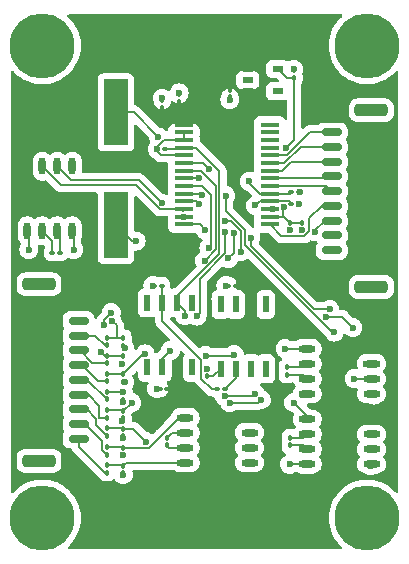
<source format=gbr>
%TF.GenerationSoftware,KiCad,Pcbnew,8.0.7*%
%TF.CreationDate,2025-01-10T16:13:59+05:30*%
%TF.ProjectId,STHDAQ_B0_COPY,53544844-4151-45f4-9230-5f434f50592e,rev?*%
%TF.SameCoordinates,Original*%
%TF.FileFunction,Copper,L1,Top*%
%TF.FilePolarity,Positive*%
%FSLAX46Y46*%
G04 Gerber Fmt 4.6, Leading zero omitted, Abs format (unit mm)*
G04 Created by KiCad (PCBNEW 8.0.7) date 2025-01-10 16:13:59*
%MOMM*%
%LPD*%
G01*
G04 APERTURE LIST*
G04 Aperture macros list*
%AMRoundRect*
0 Rectangle with rounded corners*
0 $1 Rounding radius*
0 $2 $3 $4 $5 $6 $7 $8 $9 X,Y pos of 4 corners*
0 Add a 4 corners polygon primitive as box body*
4,1,4,$2,$3,$4,$5,$6,$7,$8,$9,$2,$3,0*
0 Add four circle primitives for the rounded corners*
1,1,$1+$1,$2,$3*
1,1,$1+$1,$4,$5*
1,1,$1+$1,$6,$7*
1,1,$1+$1,$8,$9*
0 Add four rect primitives between the rounded corners*
20,1,$1+$1,$2,$3,$4,$5,0*
20,1,$1+$1,$4,$5,$6,$7,0*
20,1,$1+$1,$6,$7,$8,$9,0*
20,1,$1+$1,$8,$9,$2,$3,0*%
G04 Aperture macros list end*
%TA.AperFunction,SMDPad,CuDef*%
%ADD10RoundRect,0.100000X0.130000X0.100000X-0.130000X0.100000X-0.130000X-0.100000X0.130000X-0.100000X0*%
%TD*%
%TA.AperFunction,SMDPad,CuDef*%
%ADD11RoundRect,0.100000X-0.100000X0.130000X-0.100000X-0.130000X0.100000X-0.130000X0.100000X0.130000X0*%
%TD*%
%TA.AperFunction,SMDPad,CuDef*%
%ADD12RoundRect,0.100000X-0.130000X-0.100000X0.130000X-0.100000X0.130000X0.100000X-0.130000X0.100000X0*%
%TD*%
%TA.AperFunction,SMDPad,CuDef*%
%ADD13R,0.558000X1.454899*%
%TD*%
%TA.AperFunction,SMDPad,CuDef*%
%ADD14RoundRect,0.100000X0.100000X-0.130000X0.100000X0.130000X-0.100000X0.130000X-0.100000X-0.130000X0*%
%TD*%
%TA.AperFunction,SMDPad,CuDef*%
%ADD15RoundRect,0.250000X-1.150000X0.250000X-1.150000X-0.250000X1.150000X-0.250000X1.150000X0.250000X0*%
%TD*%
%TA.AperFunction,SMDPad,CuDef*%
%ADD16RoundRect,0.150000X-0.700000X0.150000X-0.700000X-0.150000X0.700000X-0.150000X0.700000X0.150000X0*%
%TD*%
%TA.AperFunction,ComponentPad*%
%ADD17C,3.600000*%
%TD*%
%TA.AperFunction,ConnectorPad*%
%ADD18C,5.500000*%
%TD*%
%TA.AperFunction,SMDPad,CuDef*%
%ADD19O,1.450000X0.599999*%
%TD*%
%TA.AperFunction,SMDPad,CuDef*%
%ADD20R,2.100000X5.600000*%
%TD*%
%TA.AperFunction,SMDPad,CuDef*%
%ADD21RoundRect,0.150000X0.700000X-0.150000X0.700000X0.150000X-0.700000X0.150000X-0.700000X-0.150000X0*%
%TD*%
%TA.AperFunction,SMDPad,CuDef*%
%ADD22RoundRect,0.250000X1.150000X-0.250000X1.150000X0.250000X-1.150000X0.250000X-1.150000X-0.250000X0*%
%TD*%
%TA.AperFunction,SMDPad,CuDef*%
%ADD23R,0.946899X0.508000*%
%TD*%
%TA.AperFunction,SMDPad,CuDef*%
%ADD24O,0.599999X1.450000*%
%TD*%
%TA.AperFunction,SMDPad,CuDef*%
%ADD25R,1.639799X0.431000*%
%TD*%
%TA.AperFunction,ViaPad*%
%ADD26C,0.600000*%
%TD*%
%TA.AperFunction,Conductor*%
%ADD27C,0.200000*%
%TD*%
G04 APERTURE END LIST*
D10*
%TO.P,C13,1*%
%TO.N,Earth*%
X204993200Y-73881998D03*
%TO.P,C13,2*%
%TO.N,/XTAL2*%
X204353200Y-73881998D03*
%TD*%
D11*
%TO.P,C9,1*%
%TO.N,Earth*%
X194818000Y-64577000D03*
%TO.P,C9,2*%
%TO.N,5VCC*%
X194818000Y-65217000D03*
%TD*%
%TO.P,C20,1*%
%TO.N,/S4+*%
X190119000Y-86736000D03*
%TO.P,C20,2*%
%TO.N,Earth*%
X190119000Y-87376000D03*
%TD*%
D12*
%TO.P,C6,1*%
%TO.N,Earth*%
X192974000Y-69215000D03*
%TO.P,C6,2*%
%TO.N,REF2.5*%
X193614000Y-69215000D03*
%TD*%
D13*
%TO.P,U4,1,DNC*%
%TO.N,unconnected-(U4-DNC-Pad1)*%
X202184000Y-82368652D03*
%TO.P,U4,2,VIN*%
%TO.N,5VCC*%
X200914000Y-82368652D03*
%TO.P,U4,3,TEMP*%
%TO.N,unconnected-(U4-TEMP-Pad3)*%
X199644000Y-82368652D03*
%TO.P,U4,4,GND*%
%TO.N,Earth*%
X198374000Y-82368652D03*
%TO.P,U4,5,TRIM/NR*%
%TO.N,Net-(U4-TRIM{slash}NR)*%
X198374000Y-87811348D03*
%TO.P,U4,6,VOUT*%
%TO.N,Net-(U4-VOUT)*%
X199644000Y-87811348D03*
%TO.P,U4,7,NC*%
%TO.N,unconnected-(U4-NC-Pad7)*%
X200914000Y-87811348D03*
%TO.P,U4,8,DNC*%
%TO.N,unconnected-(U4-DNC-Pad8)*%
X202184000Y-87811348D03*
%TD*%
D12*
%TO.P,C3,1*%
%TO.N,Earth*%
X198979000Y-80772000D03*
%TO.P,C3,2*%
%TO.N,5VCC*%
X199619000Y-80772000D03*
%TD*%
D14*
%TO.P,R2,1*%
%TO.N,Net-(R2-Pad1)*%
X193802000Y-94300000D03*
%TO.P,R2,2*%
%TO.N,Net-(R2-Pad2)*%
X193802000Y-93660000D03*
%TD*%
%TO.P,R11,1*%
%TO.N,Net-(R11-Pad1)*%
X204216000Y-94300000D03*
%TO.P,R11,2*%
%TO.N,Net-(R11-Pad2)*%
X204216000Y-93660000D03*
%TD*%
D15*
%TO.P,J2,MP*%
%TO.N,N/C*%
X211105457Y-80881000D03*
X211105457Y-65931000D03*
D16*
%TO.P,J2,10,10*%
%TO.N,5VCC*%
X207755457Y-79031000D03*
%TO.P,J2,9,9*%
%TO.N,Earth*%
X207755457Y-77781000D03*
%TO.P,J2,8,8*%
%TO.N,unconnected-(J2-Pad8)*%
X207755457Y-76531000D03*
%TO.P,J2,7,7*%
%TO.N,/SYNC{slash}PDWN*%
X207755457Y-75281000D03*
%TO.P,J2,6,6*%
%TO.N,/RESET*%
X207755457Y-74031000D03*
%TO.P,J2,5,5*%
%TO.N,/CS*%
X207755457Y-72781000D03*
%TO.P,J2,4,4*%
%TO.N,/DRDY*%
X207755457Y-71531000D03*
%TO.P,J2,3,3*%
%TO.N,/DOUT*%
X207755457Y-70281000D03*
%TO.P,J2,2,2*%
%TO.N,/DIN*%
X207755457Y-69031000D03*
%TO.P,J2,1,1*%
%TO.N,/SCLK*%
X207755457Y-67781000D03*
%TD*%
D17*
%TO.P,H3,1*%
%TO.N,N/C*%
X210761000Y-60457000D03*
D18*
X210761000Y-60457000D03*
%TD*%
D10*
%TO.P,C12,1*%
%TO.N,Earth*%
X204993200Y-72865998D03*
%TO.P,C12,2*%
%TO.N,/XTAL1*%
X204353200Y-72865998D03*
%TD*%
D19*
%TO.P,U5,1,-IN*%
%TO.N,/S1-*%
X195349418Y-91948000D03*
%TO.P,U5,2,RG*%
%TO.N,Net-(R2-Pad2)*%
X195349418Y-93218000D03*
%TO.P,U5,3,RG*%
%TO.N,Net-(R2-Pad1)*%
X195349418Y-94488000D03*
%TO.P,U5,4,+IN*%
%TO.N,/S1+*%
X195349418Y-95758000D03*
%TO.P,U5,5,-VS*%
%TO.N,Earth*%
X200799417Y-95758000D03*
%TO.P,U5,6,REF*%
%TO.N,AIN1*%
X200799417Y-94488000D03*
%TO.P,U5,7,OUT*%
%TO.N,AIN0*%
X200799417Y-93218000D03*
%TO.P,U5,8,+VS*%
%TO.N,5VCC*%
X200799417Y-91948000D03*
%TD*%
%TO.P,U7,1,-IN*%
%TO.N,/S3-*%
X205681999Y-86106000D03*
%TO.P,U7,2,RG*%
%TO.N,Net-(R12-Pad2)*%
X205681999Y-87376000D03*
%TO.P,U7,3,RG*%
%TO.N,Net-(R12-Pad1)*%
X205681999Y-88646000D03*
%TO.P,U7,4,+IN*%
%TO.N,/S3+*%
X205681999Y-89916000D03*
%TO.P,U7,5,-VS*%
%TO.N,Earth*%
X211131998Y-89916000D03*
%TO.P,U7,6,REF*%
%TO.N,AIN5*%
X211131998Y-88646000D03*
%TO.P,U7,7,OUT*%
%TO.N,AIN4*%
X211131998Y-87376000D03*
%TO.P,U7,8,+VS*%
%TO.N,5VCC*%
X211131998Y-86106000D03*
%TD*%
D14*
%TO.P,C11,1*%
%TO.N,Earth*%
X204216000Y-76078000D03*
%TO.P,C11,2*%
%TO.N,REF3.3*%
X204216000Y-75438000D03*
%TD*%
%TO.P,R8,1*%
%TO.N,Net-(J1-Pad6)*%
X188722000Y-88876000D03*
%TO.P,R8,2*%
%TO.N,/S3-*%
X188722000Y-88236000D03*
%TD*%
D11*
%TO.P,C4,1*%
%TO.N,Earth*%
X197231000Y-87818000D03*
%TO.P,C4,2*%
%TO.N,Net-(U4-TRIM{slash}NR)*%
X197231000Y-88458000D03*
%TD*%
D14*
%TO.P,R6,1*%
%TO.N,Net-(J1-Pad4)*%
X188722000Y-91985000D03*
%TO.P,R6,2*%
%TO.N,/S2-*%
X188722000Y-91345000D03*
%TD*%
D11*
%TO.P,C19,1*%
%TO.N,/S3-*%
X190119000Y-88260000D03*
%TO.P,C19,2*%
%TO.N,Earth*%
X190119000Y-88900000D03*
%TD*%
D18*
%TO.P,H4,1*%
%TO.N,N/C*%
X183261000Y-100457000D03*
D17*
X183261000Y-100457000D03*
%TD*%
D14*
%TO.P,R3,1*%
%TO.N,Net-(J1-Pad1)*%
X188722000Y-96623000D03*
%TO.P,R3,2*%
%TO.N,/S1+*%
X188722000Y-95983000D03*
%TD*%
D11*
%TO.P,C21,1*%
%TO.N,/S4-*%
X190119000Y-85212000D03*
%TO.P,C21,2*%
%TO.N,Earth*%
X190119000Y-85852000D03*
%TD*%
D14*
%TO.P,C1,1*%
%TO.N,Earth*%
X199136000Y-64836000D03*
%TO.P,C1,2*%
%TO.N,5VCC*%
X199136000Y-64196000D03*
%TD*%
D20*
%TO.P,Y1,1*%
%TO.N,/XTAL2*%
X189484000Y-75616000D03*
%TO.P,Y1,2*%
%TO.N,/XTAL1*%
X189484000Y-66116000D03*
%TD*%
D11*
%TO.P,C14,1*%
%TO.N,/S1+*%
X190119000Y-96007000D03*
%TO.P,C14,2*%
%TO.N,Earth*%
X190119000Y-96647000D03*
%TD*%
D19*
%TO.P,U6,1,-IN*%
%TO.N,/S2-*%
X205681999Y-92075000D03*
%TO.P,U6,2,RG*%
%TO.N,Net-(R11-Pad2)*%
X205681999Y-93345000D03*
%TO.P,U6,3,RG*%
%TO.N,Net-(R11-Pad1)*%
X205681999Y-94615000D03*
%TO.P,U6,4,+IN*%
%TO.N,/S2+*%
X205681999Y-95885000D03*
%TO.P,U6,5,-VS*%
%TO.N,Earth*%
X211131998Y-95885000D03*
%TO.P,U6,6,REF*%
%TO.N,AIN3*%
X211131998Y-94615000D03*
%TO.P,U6,7,OUT*%
%TO.N,AIN2*%
X211131998Y-93345000D03*
%TO.P,U6,8,+VS*%
%TO.N,5VCC*%
X211131998Y-92075000D03*
%TD*%
D17*
%TO.P,H1,1*%
%TO.N,N/C*%
X210761000Y-100457000D03*
D18*
X210761000Y-100457000D03*
%TD*%
D14*
%TO.P,C10,1*%
%TO.N,Earth*%
X205232000Y-76078000D03*
%TO.P,C10,2*%
%TO.N,REF3.3*%
X205232000Y-75438000D03*
%TD*%
D17*
%TO.P,H2,1*%
%TO.N,N/C*%
X183261000Y-60457000D03*
D18*
X183261000Y-60457000D03*
%TD*%
D10*
%TO.P,R1,1*%
%TO.N,Net-(U4-VOUT)*%
X198694000Y-89535000D03*
%TO.P,R1,2*%
%TO.N,Net-(U3-IN+)*%
X198054000Y-89535000D03*
%TD*%
D21*
%TO.P,J1,1,1*%
%TO.N,Net-(J1-Pad1)*%
X186323000Y-93763000D03*
%TO.P,J1,2,2*%
%TO.N,Net-(J1-Pad2)*%
X186323000Y-92513000D03*
%TO.P,J1,3,3*%
%TO.N,Net-(J1-Pad3)*%
X186323000Y-91263000D03*
%TO.P,J1,4,4*%
%TO.N,Net-(J1-Pad4)*%
X186323000Y-90013000D03*
%TO.P,J1,5,5*%
%TO.N,Net-(J1-Pad5)*%
X186323000Y-88763000D03*
%TO.P,J1,6,6*%
%TO.N,Net-(J1-Pad6)*%
X186323000Y-87513000D03*
%TO.P,J1,7,7*%
%TO.N,Net-(J1-Pad7)*%
X186323000Y-86263000D03*
%TO.P,J1,8,8*%
%TO.N,Net-(J1-Pad8)*%
X186323000Y-85013000D03*
%TO.P,J1,9,9*%
%TO.N,Earth*%
X186323000Y-83763000D03*
%TO.P,J1,10,10*%
%TO.N,5VCC*%
X186323000Y-82513000D03*
D22*
%TO.P,J1,MP*%
%TO.N,N/C*%
X182973000Y-95613000D03*
X182973000Y-80663000D03*
%TD*%
D14*
%TO.P,R7,1*%
%TO.N,Net-(J1-Pad5)*%
X188722000Y-90396000D03*
%TO.P,R7,2*%
%TO.N,/S3+*%
X188722000Y-89756000D03*
%TD*%
%TO.P,R4,1*%
%TO.N,Net-(J1-Pad2)*%
X188722000Y-95099000D03*
%TO.P,R4,2*%
%TO.N,/S1-*%
X188722000Y-94459000D03*
%TD*%
D11*
%TO.P,C2,1*%
%TO.N,Earth*%
X204597000Y-62545000D03*
%TO.P,C2,2*%
%TO.N,REF3.3*%
X204597000Y-63185000D03*
%TD*%
D14*
%TO.P,R10,1*%
%TO.N,Net-(J1-Pad8)*%
X188726000Y-85828000D03*
%TO.P,R10,2*%
%TO.N,/S4-*%
X188726000Y-85188000D03*
%TD*%
D11*
%TO.P,C18,1*%
%TO.N,/S3+*%
X190119000Y-89784000D03*
%TO.P,C18,2*%
%TO.N,Earth*%
X190119000Y-90424000D03*
%TD*%
D14*
%TO.P,R9,1*%
%TO.N,Net-(J1-Pad7)*%
X188721000Y-87339000D03*
%TO.P,R9,2*%
%TO.N,/S4+*%
X188721000Y-86699000D03*
%TD*%
%TO.P,R5,1*%
%TO.N,Net-(J1-Pad3)*%
X188722000Y-93505000D03*
%TO.P,R5,2*%
%TO.N,/S2+*%
X188722000Y-92865000D03*
%TD*%
D10*
%TO.P,R13,1*%
%TO.N,Net-(R13-Pad1)*%
X184745000Y-77978000D03*
%TO.P,R13,2*%
%TO.N,Net-(R13-Pad2)*%
X184105000Y-77978000D03*
%TD*%
D12*
%TO.P,C5,1*%
%TO.N,Earth*%
X192720000Y-80772000D03*
%TO.P,C5,2*%
%TO.N,Net-(U3-IN+)*%
X193360000Y-80772000D03*
%TD*%
D11*
%TO.P,C17,1*%
%TO.N,/S2-*%
X190119000Y-91369000D03*
%TO.P,C17,2*%
%TO.N,Earth*%
X190119000Y-92009000D03*
%TD*%
%TO.P,C16,1*%
%TO.N,/S2+*%
X190116000Y-92893000D03*
%TO.P,C16,2*%
%TO.N,Earth*%
X190116000Y-93533000D03*
%TD*%
%TO.P,C15,1*%
%TO.N,/S1-*%
X190119000Y-94483000D03*
%TO.P,C15,2*%
%TO.N,Earth*%
X190119000Y-95123000D03*
%TD*%
D12*
%TO.P,C7,1*%
%TO.N,Earth*%
X193180000Y-89500000D03*
%TO.P,C7,2*%
%TO.N,5VCC*%
X193820000Y-89500000D03*
%TD*%
D23*
%TO.P,U2,1,VIN*%
%TO.N,5VCC*%
X200656449Y-62422999D03*
%TO.P,U2,2,GND*%
%TO.N,Earth*%
X200656449Y-63373000D03*
%TO.P,U2,3,EN*%
%TO.N,5VCC*%
X200656449Y-64323001D03*
%TO.P,U2,4,NC*%
%TO.N,unconnected-(U2-NC-Pad4)*%
X203203551Y-64323001D03*
%TO.P,U2,5,VOUT*%
%TO.N,REF3.3*%
X203203551Y-62422999D03*
%TD*%
D14*
%TO.P,R12,1*%
%TO.N,Net-(R12-Pad1)*%
X203962000Y-88331000D03*
%TO.P,R12,2*%
%TO.N,Net-(R12-Pad2)*%
X203962000Y-87691000D03*
%TD*%
D11*
%TO.P,C8,1*%
%TO.N,Earth*%
X193421000Y-65085000D03*
%TO.P,C8,2*%
%TO.N,5VCC*%
X193421000Y-65725000D03*
%TD*%
D24*
%TO.P,U8,1,-IN*%
%TO.N,/S4-*%
X181991000Y-76131001D03*
%TO.P,U8,2,RG*%
%TO.N,Net-(R13-Pad2)*%
X183261000Y-76131001D03*
%TO.P,U8,3,RG*%
%TO.N,Net-(R13-Pad1)*%
X184531000Y-76131001D03*
%TO.P,U8,4,+IN*%
%TO.N,/S4+*%
X185801000Y-76131001D03*
%TO.P,U8,5,-VS*%
%TO.N,Earth*%
X185801000Y-70681002D03*
%TO.P,U8,6,REF*%
%TO.N,AIN7*%
X184531000Y-70681002D03*
%TO.P,U8,7,OUT*%
%TO.N,AIN6*%
X183261000Y-70681002D03*
%TO.P,U8,8,+VS*%
%TO.N,5VCC*%
X181991000Y-70681002D03*
%TD*%
D13*
%TO.P,U3,1,NC*%
%TO.N,unconnected-(U3-NC-Pad1)*%
X195961000Y-82241652D03*
%TO.P,U3,2,IN-*%
%TO.N,REF2.5*%
X194691000Y-82241652D03*
%TO.P,U3,3,IN+*%
%TO.N,Net-(U3-IN+)*%
X193421000Y-82241652D03*
%TO.P,U3,4,V-*%
%TO.N,Earth*%
X192151000Y-82241652D03*
%TO.P,U3,5,NC*%
%TO.N,unconnected-(U3-NC-Pad5)*%
X192151000Y-87684348D03*
%TO.P,U3,6,OUTPUT*%
%TO.N,REF2.5*%
X193421000Y-87684348D03*
%TO.P,U3,7,V+*%
%TO.N,5VCC*%
X194691000Y-87684348D03*
%TO.P,U3,8,NC*%
%TO.N,unconnected-(U3-NC-Pad8)*%
X195961000Y-87684348D03*
%TD*%
D25*
%TO.P,U1,1,AVDD*%
%TO.N,5VCC*%
X195249800Y-67149000D03*
%TO.P,U1,2,AGND*%
%TO.N,Earth*%
X195249800Y-67799001D03*
%TO.P,U1,3,VREFN*%
X195249800Y-68449000D03*
%TO.P,U1,4,VREFP*%
%TO.N,REF2.5*%
X195249800Y-69099001D03*
%TO.P,U1,5,AINCOM*%
%TO.N,Earth*%
X195249800Y-69748999D03*
%TO.P,U1,6,AIN0*%
%TO.N,AIN0*%
X195249800Y-70399001D03*
%TO.P,U1,7,AIN1*%
%TO.N,AIN1*%
X195249800Y-71048999D03*
%TO.P,U1,8,AIN2*%
%TO.N,AIN2*%
X195249800Y-71698998D03*
%TO.P,U1,9,AIN3*%
%TO.N,AIN3*%
X195249800Y-72348999D03*
%TO.P,U1,10,AIN4*%
%TO.N,AIN4*%
X195249800Y-72998998D03*
%TO.P,U1,11,AIN5*%
%TO.N,AIN5*%
X195249800Y-73648999D03*
%TO.P,U1,12,AIN6*%
%TO.N,AIN6*%
X195249800Y-74298998D03*
%TO.P,U1,13,AIN7*%
%TO.N,AIN7*%
X195249800Y-74948999D03*
%TO.P,U1,14,\u002ASYNC/\u002APDWN*%
%TO.N,/SYNC{slash}PDWN*%
X195249800Y-75598998D03*
%TO.P,U1,15,\u002ARESET*%
%TO.N,/RESET*%
X202514200Y-75599000D03*
%TO.P,U1,16,DVDD*%
%TO.N,REF3.3*%
X202514200Y-74948999D03*
%TO.P,U1,17,DGND*%
%TO.N,Earth*%
X202514200Y-74299000D03*
%TO.P,U1,18,XTAL2*%
%TO.N,/XTAL2*%
X202514200Y-73648999D03*
%TO.P,U1,19,XTAL1/CLKIN*%
%TO.N,/XTAL1*%
X202514200Y-72999001D03*
%TO.P,U1,20,\u002ACS*%
%TO.N,/CS*%
X202514200Y-72348999D03*
%TO.P,U1,21,\u002ADRDY*%
%TO.N,/DRDY*%
X202514200Y-71699001D03*
%TO.P,U1,22,DOUT*%
%TO.N,/DOUT*%
X202514200Y-71048999D03*
%TO.P,U1,23,DIN*%
%TO.N,/DIN*%
X202514200Y-70399001D03*
%TO.P,U1,24,SCLK*%
%TO.N,/SCLK*%
X202514200Y-69748999D03*
%TO.P,U1,25,D0/CLKOUT*%
%TO.N,unconnected-(U1-D0{slash}CLKOUT-Pad25)*%
X202514200Y-69099001D03*
%TO.P,U1,26,D1*%
%TO.N,unconnected-(U1-D1-Pad26)*%
X202514200Y-68449000D03*
%TO.P,U1,27,D2*%
%TO.N,unconnected-(U1-D2-Pad27)*%
X202514200Y-67799001D03*
%TO.P,U1,28,D3*%
%TO.N,unconnected-(U1-D3-Pad28)*%
X202514200Y-67149000D03*
%TD*%
D26*
%TO.N,REF3.3*%
X203873731Y-69153731D03*
X203749763Y-74148999D03*
%TO.N,Earth*%
X193410000Y-64900000D03*
X194840000Y-64450000D03*
%TO.N,/SYNC{slash}PDWN*%
X206363418Y-76209855D03*
X197040000Y-76050000D03*
%TO.N,Earth*%
X207645000Y-77724000D03*
%TO.N,AIN7*%
X195249800Y-74948999D03*
X193380921Y-73788077D03*
%TO.N,/S4+*%
X185928000Y-77724000D03*
X188468000Y-84074000D03*
X188214000Y-86360000D03*
X189103000Y-83058000D03*
%TO.N,/S4-*%
X189167557Y-83755020D03*
X182118000Y-77724000D03*
%TO.N,Earth*%
X211328000Y-90043000D03*
X192940000Y-89490000D03*
X204993200Y-73881998D03*
X200660000Y-63373000D03*
X189992000Y-87437000D03*
X205083199Y-72843758D03*
X190119000Y-95123000D03*
X190119000Y-96774000D03*
X190246000Y-88961000D03*
X198791000Y-80772000D03*
X204216000Y-76078000D03*
X185801000Y-70681002D03*
X202819000Y-74295000D03*
X205232000Y-76078000D03*
X192623000Y-80772000D03*
X199136000Y-65024000D03*
X204535999Y-62448000D03*
X190119000Y-90612000D03*
X197231000Y-87818000D03*
X189971316Y-92264520D03*
X211074000Y-96012000D03*
X198374000Y-81915000D03*
X190119000Y-93660000D03*
X192974000Y-69215000D03*
X190246000Y-86040000D03*
X186309000Y-83820000D03*
X200660000Y-95764846D03*
X192151000Y-82241652D03*
%TO.N,REF2.5*%
X194100000Y-86270000D03*
X195340000Y-83330000D03*
%TO.N,/XTAL1*%
X193093695Y-68188197D03*
X200779000Y-71950000D03*
%TO.N,/XTAL2*%
X199016764Y-78470980D03*
X199451430Y-76310000D03*
X191200000Y-77000000D03*
X201306100Y-73987057D03*
%TO.N,/S2+*%
X204200000Y-95900000D03*
X192016446Y-93983000D03*
%TO.N,/S2-*%
X204538999Y-90678000D03*
X199136000Y-90678000D03*
X201803000Y-90435000D03*
X190815252Y-90684366D03*
%TO.N,/S3+*%
X190119000Y-89784000D03*
X205359000Y-90043000D03*
X198694243Y-90134999D03*
X201295000Y-89935000D03*
%TO.N,/S3-*%
X191960000Y-86556897D03*
X199517000Y-86614000D03*
X197080000Y-86700000D03*
X203835000Y-86106000D03*
%TO.N,AIN2*%
X207972000Y-84709000D03*
X198779000Y-73161759D03*
X211131998Y-93345000D03*
X196539998Y-71698998D03*
%TO.N,AIN0*%
X198752696Y-76260000D03*
X197343795Y-70880205D03*
X196365884Y-83348776D03*
X200799417Y-93218000D03*
%TO.N,AIN4*%
X196816446Y-73083554D03*
X210693000Y-87376000D03*
X198752696Y-75317304D03*
X207316002Y-83431000D03*
X209551553Y-84328000D03*
X200057257Y-77892471D03*
%TO.N,AIN1*%
X196994632Y-78654632D03*
X200799417Y-94488000D03*
%TO.N,AIN3*%
X211131998Y-94615000D03*
X197360000Y-77560000D03*
%TO.N,AIN5*%
X207606382Y-82794067D03*
X200900000Y-76760000D03*
X209677000Y-88646000D03*
X196514946Y-73905054D03*
%TD*%
D27*
%TO.N,/SYNC{slash}PDWN*%
X196588998Y-75598998D02*
X195249800Y-75598998D01*
X197040000Y-76050000D02*
X196588998Y-75598998D01*
%TO.N,AIN3*%
X197540000Y-73100000D02*
X196790000Y-72350000D01*
X197360000Y-77560000D02*
X197540000Y-77380000D01*
X197540000Y-77380000D02*
X197540000Y-73100000D01*
X196790000Y-72350000D02*
X196170000Y-72350000D01*
X196168999Y-72348999D02*
X195249800Y-72348999D01*
X196170000Y-72350000D02*
X196168999Y-72348999D01*
%TO.N,REF2.5*%
X195340000Y-82890652D02*
X194691000Y-82241652D01*
X195340000Y-83330000D02*
X195340000Y-82890652D01*
%TO.N,Net-(U3-IN+)*%
X196723000Y-88646000D02*
X196723000Y-87113000D01*
X196723000Y-87113000D02*
X193421000Y-83811000D01*
X197612000Y-89535000D02*
X196723000Y-88646000D01*
X198054000Y-89535000D02*
X197612000Y-89535000D01*
X193421000Y-83811000D02*
X193421000Y-82241652D01*
%TO.N,REF2.5*%
X194100000Y-86270000D02*
X193421000Y-86949000D01*
X193421000Y-86949000D02*
X193421000Y-87684348D01*
%TO.N,AIN5*%
X206281331Y-82794067D02*
X207606382Y-82794067D01*
X200900000Y-76760000D02*
X200900000Y-77412736D01*
X200900000Y-77412736D02*
X206281331Y-82794067D01*
%TO.N,AIN2*%
X198779000Y-74429000D02*
X200400000Y-76050000D01*
X200400000Y-77337000D02*
X207772000Y-84709000D01*
X207772000Y-84709000D02*
X207972000Y-84709000D01*
X198779000Y-73161759D02*
X198779000Y-74429000D01*
X200400000Y-76050000D02*
X200400000Y-77337000D01*
%TO.N,AIN4*%
X199237304Y-75317304D02*
X198752696Y-75317304D01*
X200057257Y-77892471D02*
X200057257Y-76137257D01*
X200057257Y-76137257D02*
X199237304Y-75317304D01*
%TO.N,AIN0*%
X196596000Y-83118660D02*
X196365884Y-83348776D01*
X196596000Y-80184635D02*
X196596000Y-83118660D01*
X198752696Y-78027939D02*
X196596000Y-80184635D01*
X198752696Y-76260000D02*
X198752696Y-78027939D01*
%TO.N,/XTAL2*%
X199451430Y-78036314D02*
X199016764Y-78470980D01*
X199451430Y-76310000D02*
X199451430Y-78036314D01*
%TO.N,/SYNC{slash}PDWN*%
X207160371Y-75281000D02*
X207755457Y-75281000D01*
X206363418Y-76077953D02*
X207160371Y-75281000D01*
X206363418Y-76209855D02*
X206363418Y-76077953D01*
%TO.N,REF3.3*%
X204597000Y-68430462D02*
X204597000Y-63185000D01*
X203873731Y-69153731D02*
X204597000Y-68430462D01*
X203670000Y-74228762D02*
X203749763Y-74148999D01*
X203670000Y-74948999D02*
X203670000Y-74228762D01*
X203670000Y-74948999D02*
X203726999Y-74948999D01*
X202514200Y-74948999D02*
X203670000Y-74948999D01*
%TO.N,/XTAL1*%
X200779000Y-72049198D02*
X201728803Y-72999001D01*
X200779000Y-71950000D02*
X200779000Y-72049198D01*
X201728803Y-72999001D02*
X202514200Y-72999001D01*
%TO.N,/XTAL2*%
X201390744Y-73987057D02*
X201728802Y-73648999D01*
X201728802Y-73648999D02*
X202514200Y-73648999D01*
X201306100Y-73987057D02*
X201390744Y-73987057D01*
%TO.N,AIN4*%
X196731890Y-72998998D02*
X195249800Y-72998998D01*
X196816446Y-73083554D02*
X196731890Y-72998998D01*
%TO.N,AIN2*%
X196539998Y-71698998D02*
X195249800Y-71698998D01*
%TO.N,/XTAL1*%
X193093695Y-68188197D02*
X191021498Y-66116000D01*
X191021498Y-66116000D02*
X189484000Y-66116000D01*
%TO.N,/S2+*%
X190926446Y-92893000D02*
X190116000Y-92893000D01*
X192016446Y-93983000D02*
X190926446Y-92893000D01*
%TO.N,/S1-*%
X192327000Y-94483000D02*
X190119000Y-94483000D01*
X193402000Y-93402964D02*
X193402000Y-93408000D01*
X194856964Y-91948000D02*
X193402000Y-93402964D01*
X195349418Y-91948000D02*
X194856964Y-91948000D01*
X193402000Y-93408000D02*
X192327000Y-94483000D01*
%TO.N,AIN1*%
X197952696Y-72349696D02*
X196651999Y-71048999D01*
X196651999Y-71048999D02*
X195249800Y-71048999D01*
X197952696Y-77696568D02*
X197952696Y-72349696D01*
X196994632Y-78654632D02*
X197952696Y-77696568D01*
%TO.N,AIN7*%
X185699998Y-71850000D02*
X184531000Y-70681002D01*
X191442844Y-71850000D02*
X185699998Y-71850000D01*
X193380921Y-73788077D02*
X191442844Y-71850000D01*
%TO.N,AIN6*%
X193184734Y-74298998D02*
X195249800Y-74298998D01*
X184869998Y-72290000D02*
X191175736Y-72290000D01*
X183261000Y-70681002D02*
X184869998Y-72290000D01*
X191175736Y-72290000D02*
X193184734Y-74298998D01*
%TO.N,AIN5*%
X196258891Y-73648999D02*
X195249800Y-73648999D01*
X196514946Y-73905054D02*
X196258891Y-73648999D01*
%TO.N,REF2.5*%
X196269699Y-69099001D02*
X195249800Y-69099001D01*
X198252696Y-71081998D02*
X196269699Y-69099001D01*
X198252696Y-78103675D02*
X198252696Y-71081998D01*
X194691000Y-81665371D02*
X198252696Y-78103675D01*
X194691000Y-82241652D02*
X194691000Y-81665371D01*
%TO.N,/S3-*%
X197080000Y-86700000D02*
X199431000Y-86700000D01*
X199431000Y-86700000D02*
X199517000Y-86614000D01*
%TO.N,/S4-*%
X189540000Y-84127463D02*
X189540000Y-85188000D01*
X189167557Y-83755020D02*
X189540000Y-84127463D01*
X190072000Y-85212000D02*
X190119000Y-85212000D01*
%TO.N,/XTAL2*%
X190868000Y-77000000D02*
X189484000Y-75616000D01*
X191200000Y-77000000D02*
X190868000Y-77000000D01*
%TO.N,/S2+*%
X205666999Y-95900000D02*
X205681999Y-95885000D01*
X204200000Y-95900000D02*
X205666999Y-95900000D01*
%TO.N,Net-(R11-Pad1)*%
X205366999Y-94300000D02*
X205681999Y-94615000D01*
X204216000Y-94300000D02*
X205366999Y-94300000D01*
%TO.N,Net-(R11-Pad2)*%
X205366999Y-93660000D02*
X205681999Y-93345000D01*
X204216000Y-93660000D02*
X205366999Y-93660000D01*
%TO.N,Net-(R2-Pad1)*%
X193990000Y-94488000D02*
X193802000Y-94300000D01*
X195349418Y-94488000D02*
X193990000Y-94488000D01*
%TO.N,Net-(R2-Pad2)*%
X195349418Y-93218000D02*
X194244000Y-93218000D01*
X194244000Y-93218000D02*
X193802000Y-93660000D01*
%TO.N,Net-(J1-Pad2)*%
X188322000Y-93961000D02*
X186874000Y-92513000D01*
X188704964Y-95099000D02*
X188322000Y-94716036D01*
X188322000Y-94716036D02*
X188322000Y-93961000D01*
X188722000Y-95099000D02*
X188704964Y-95099000D01*
X186874000Y-92513000D02*
X186323000Y-92513000D01*
%TO.N,Net-(J1-Pad3)*%
X187021000Y-91263000D02*
X186323000Y-91263000D01*
X187787000Y-92029000D02*
X187021000Y-91263000D01*
X187787000Y-92594870D02*
X187787000Y-92029000D01*
X188697130Y-93505000D02*
X187787000Y-92594870D01*
X188722000Y-93505000D02*
X188697130Y-93505000D01*
%TO.N,Net-(J1-Pad4)*%
X187172999Y-90013000D02*
X186323000Y-90013000D01*
X188087000Y-90927001D02*
X187172999Y-90013000D01*
X188087000Y-91985000D02*
X188087000Y-90927001D01*
X188722000Y-91985000D02*
X188087000Y-91985000D01*
%TO.N,Net-(J1-Pad5)*%
X187071964Y-88763000D02*
X186323000Y-88763000D01*
X188704964Y-90396000D02*
X187071964Y-88763000D01*
X188722000Y-90396000D02*
X188704964Y-90396000D01*
%TO.N,Net-(J1-Pad6)*%
X186585000Y-87513000D02*
X186323000Y-87513000D01*
X187948000Y-88876000D02*
X186585000Y-87513000D01*
X188722000Y-88876000D02*
X187948000Y-88876000D01*
%TO.N,Net-(J1-Pad7)*%
X187498130Y-87339000D02*
X186422130Y-86263000D01*
X186422130Y-86263000D02*
X186323000Y-86263000D01*
X188721000Y-87339000D02*
X187498130Y-87339000D01*
%TO.N,Net-(J1-Pad8)*%
X187711001Y-85013000D02*
X186323000Y-85013000D01*
X188726000Y-85828000D02*
X188526001Y-85828000D01*
X188526001Y-85828000D02*
X187711001Y-85013000D01*
%TO.N,Net-(J1-Pad1)*%
X188548000Y-96623000D02*
X188722000Y-96623000D01*
X186323000Y-94398000D02*
X188548000Y-96623000D01*
X186323000Y-93763000D02*
X186323000Y-94398000D01*
%TO.N,/SCLK*%
X205953570Y-67781000D02*
X207755457Y-67781000D01*
X203985571Y-69748999D02*
X205953570Y-67781000D01*
X202514200Y-69748999D02*
X203985571Y-69748999D01*
%TO.N,/DIN*%
X205127834Y-69031000D02*
X207755457Y-69031000D01*
X203759833Y-70399001D02*
X205127834Y-69031000D01*
X202514200Y-70399001D02*
X203759833Y-70399001D01*
%TO.N,/DOUT*%
X203534099Y-71048999D02*
X204302098Y-70281000D01*
X204302098Y-70281000D02*
X207755457Y-70281000D01*
X202514200Y-71048999D02*
X203534099Y-71048999D01*
%TO.N,/DRDY*%
X207587456Y-71699001D02*
X207755457Y-71531000D01*
X202514200Y-71699001D02*
X207587456Y-71699001D01*
%TO.N,/CS*%
X207318215Y-72343758D02*
X207755457Y-72781000D01*
X202519441Y-72343758D02*
X207318215Y-72343758D01*
X202514200Y-72348999D02*
X202519441Y-72343758D01*
%TO.N,/XTAL1*%
X204220197Y-72999001D02*
X204353200Y-72865998D01*
X202514200Y-72999001D02*
X204220197Y-72999001D01*
%TO.N,/RESET*%
X206905458Y-74031000D02*
X207755457Y-74031000D01*
X205867000Y-76150107D02*
X205867000Y-75069458D01*
X205867000Y-75069458D02*
X206905458Y-74031000D01*
%TO.N,AIN4*%
X207316002Y-83431000D02*
X208654553Y-83431000D01*
X208654553Y-83431000D02*
X209551553Y-84328000D01*
%TO.N,/S4+*%
X185928000Y-76258001D02*
X185801000Y-76131001D01*
X185928000Y-77724000D02*
X185928000Y-76258001D01*
X188468000Y-83693000D02*
X189103000Y-83058000D01*
X188468000Y-84074000D02*
X188468000Y-83693000D01*
X188553000Y-86699000D02*
X188214000Y-86360000D01*
X188721000Y-86699000D02*
X188553000Y-86699000D01*
%TO.N,/S4-*%
X182118000Y-76258001D02*
X181991000Y-76131001D01*
X182118000Y-77724000D02*
X182118000Y-76258001D01*
%TO.N,Net-(R13-Pad2)*%
X184105000Y-76975001D02*
X183261000Y-76131001D01*
X184105000Y-77978000D02*
X184105000Y-76975001D01*
%TO.N,Net-(R13-Pad1)*%
X184745000Y-77978000D02*
X184745000Y-76345001D01*
X184745000Y-76345001D02*
X184531000Y-76131001D01*
%TO.N,Earth*%
X194818000Y-64577000D02*
X194757000Y-64516000D01*
X192974000Y-69015001D02*
X192974000Y-69215000D01*
X192974000Y-69414999D02*
X192974000Y-69215000D01*
X193308000Y-69748999D02*
X192974000Y-69414999D01*
X195249800Y-68449000D02*
X193540001Y-68449000D01*
X193540001Y-68449000D02*
X192974000Y-69015001D01*
X195249800Y-67799001D02*
X195249800Y-68449000D01*
X195249800Y-69748999D02*
X193308000Y-69748999D01*
%TO.N,REF3.3*%
X203203551Y-62422999D02*
X203965552Y-63185000D01*
X203726999Y-74948999D02*
X204216000Y-75438000D01*
X205232000Y-75438000D02*
X204216000Y-75438000D01*
X203965552Y-63185000D02*
X204597000Y-63185000D01*
%TO.N,Net-(U4-TRIM{slash}NR)*%
X197727348Y-88458000D02*
X198374000Y-87811348D01*
X197231000Y-88458000D02*
X197727348Y-88458000D01*
%TO.N,Net-(U3-IN+)*%
X193421000Y-82241652D02*
X193421000Y-80833000D01*
X193421000Y-80833000D02*
X193360000Y-80772000D01*
%TO.N,REF2.5*%
X193614000Y-69215000D02*
X195133801Y-69215000D01*
X195133801Y-69215000D02*
X195249800Y-69099001D01*
%TO.N,/XTAL1*%
X189838000Y-66470000D02*
X189484000Y-66116000D01*
%TO.N,/XTAL2*%
X204120201Y-73648999D02*
X202514200Y-73648999D01*
X204353200Y-73881998D02*
X204120201Y-73648999D01*
%TO.N,/S1+*%
X190095000Y-95983000D02*
X190119000Y-96007000D01*
X188722000Y-95983000D02*
X190095000Y-95983000D01*
X195349418Y-95758000D02*
X190368000Y-95758000D01*
X190368000Y-95758000D02*
X190119000Y-96007000D01*
%TO.N,/S1-*%
X188722000Y-94459000D02*
X190095000Y-94459000D01*
X190095000Y-94459000D02*
X190119000Y-94483000D01*
%TO.N,/S2+*%
X190088000Y-92865000D02*
X190116000Y-92893000D01*
X188722000Y-92865000D02*
X190088000Y-92865000D01*
%TO.N,/S2-*%
X205681999Y-91821000D02*
X205681999Y-92075000D01*
X199136000Y-90678000D02*
X201560000Y-90678000D01*
X188722000Y-91345000D02*
X190095000Y-91345000D01*
X190810000Y-90678000D02*
X190810000Y-90679114D01*
X190095000Y-91345000D02*
X190119000Y-91369000D01*
X190810000Y-90679114D02*
X190815252Y-90684366D01*
X201560000Y-90678000D02*
X201803000Y-90435000D01*
X204538999Y-90678000D02*
X205681999Y-91821000D01*
X190119000Y-91369000D02*
X190810000Y-90678000D01*
%TO.N,/S3+*%
X201095001Y-90134999D02*
X198694243Y-90134999D01*
X190091000Y-89756000D02*
X190119000Y-89784000D01*
X188722000Y-89756000D02*
X190091000Y-89756000D01*
X205662999Y-89935000D02*
X205681999Y-89916000D01*
X201295000Y-89935000D02*
X201095001Y-90134999D01*
%TO.N,/S3-*%
X203835000Y-86106000D02*
X205681999Y-86106000D01*
X190095000Y-88236000D02*
X190119000Y-88260000D01*
X188722000Y-88236000D02*
X190095000Y-88236000D01*
%TO.N,/S4+*%
X188721000Y-86699000D02*
X190082000Y-86699000D01*
X190082000Y-86699000D02*
X190119000Y-86736000D01*
%TO.N,/S4-*%
X190095000Y-85188000D02*
X190119000Y-85212000D01*
X188726000Y-85188000D02*
X190095000Y-85188000D01*
%TO.N,Net-(J1-Pad8)*%
X188673000Y-85775000D02*
X188726000Y-85828000D01*
%TO.N,/RESET*%
X202514200Y-75599000D02*
X203493200Y-76578000D01*
X205439107Y-76578000D02*
X205867000Y-76150107D01*
X203493200Y-76578000D02*
X205439107Y-76578000D01*
%TO.N,Net-(U4-VOUT)*%
X199644000Y-87811348D02*
X199644000Y-88585000D01*
X199644000Y-88585000D02*
X198694000Y-89535000D01*
%TO.N,Net-(R12-Pad1)*%
X203962000Y-88331000D02*
X205366999Y-88331000D01*
X205366999Y-88331000D02*
X205681999Y-88646000D01*
%TO.N,Net-(R12-Pad2)*%
X205366999Y-87691000D02*
X205681999Y-87376000D01*
X203962000Y-87691000D02*
X205366999Y-87691000D01*
%TO.N,AIN6*%
X195126798Y-74422000D02*
X195249800Y-74298998D01*
%TO.N,AIN0*%
X196862591Y-70399001D02*
X195249800Y-70399001D01*
X197343795Y-70880205D02*
X196862591Y-70399001D01*
%TO.N,AIN5*%
X209677000Y-88646000D02*
X211131998Y-88646000D01*
%TO.N,/S3-*%
X191822103Y-86556897D02*
X190119000Y-88260000D01*
X191960000Y-86556897D02*
X191822103Y-86556897D01*
%TD*%
%TA.AperFunction,Conductor*%
%TO.N,5VCC*%
G36*
X208594628Y-57820185D02*
G01*
X208640383Y-57872989D01*
X208650327Y-57942147D01*
X208621302Y-58005703D01*
X208612871Y-58014515D01*
X208521123Y-58101423D01*
X208397685Y-58218350D01*
X208169505Y-58486983D01*
X208169498Y-58486993D01*
X207971695Y-58778730D01*
X207806597Y-59090137D01*
X207806588Y-59090155D01*
X207676127Y-59417589D01*
X207676126Y-59417591D01*
X207581834Y-59757203D01*
X207581833Y-59757206D01*
X207524808Y-60105045D01*
X207505726Y-60456997D01*
X207505726Y-60457002D01*
X207524808Y-60808954D01*
X207581833Y-61156793D01*
X207581834Y-61156796D01*
X207676126Y-61496408D01*
X207676127Y-61496410D01*
X207806588Y-61823844D01*
X207806597Y-61823862D01*
X207861103Y-61926670D01*
X207971695Y-62135269D01*
X208062197Y-62268750D01*
X208169498Y-62427006D01*
X208169505Y-62427016D01*
X208380631Y-62675571D01*
X208397686Y-62695650D01*
X208653580Y-62938046D01*
X208653587Y-62938051D01*
X208653589Y-62938053D01*
X208719064Y-62987826D01*
X208934182Y-63151354D01*
X209236202Y-63333074D01*
X209236206Y-63333075D01*
X209236210Y-63333078D01*
X209556088Y-63481070D01*
X209556092Y-63481070D01*
X209556099Y-63481074D01*
X209890122Y-63593619D01*
X210234355Y-63669391D01*
X210584763Y-63707500D01*
X210584769Y-63707500D01*
X210937231Y-63707500D01*
X210937237Y-63707500D01*
X211287645Y-63669391D01*
X211631878Y-63593619D01*
X211965901Y-63481074D01*
X211965908Y-63481070D01*
X211965911Y-63481070D01*
X212285789Y-63333078D01*
X212285798Y-63333074D01*
X212587818Y-63151354D01*
X212868420Y-62938046D01*
X213124314Y-62695650D01*
X213180993Y-62628922D01*
X213239395Y-62590572D01*
X213309262Y-62589884D01*
X213368409Y-62627077D01*
X213398058Y-62690344D01*
X213399500Y-62709199D01*
X213399500Y-98204800D01*
X213379815Y-98271839D01*
X213327011Y-98317594D01*
X213257853Y-98327538D01*
X213194297Y-98298513D01*
X213180993Y-98285077D01*
X213134804Y-98230700D01*
X213124314Y-98218350D01*
X212868420Y-97975954D01*
X212868413Y-97975948D01*
X212868410Y-97975946D01*
X212587815Y-97762644D01*
X212285802Y-97580928D01*
X212285789Y-97580921D01*
X211965911Y-97432929D01*
X211965906Y-97432928D01*
X211965903Y-97432927D01*
X211965901Y-97432926D01*
X211859432Y-97397052D01*
X211631880Y-97320381D01*
X211287643Y-97244608D01*
X210937238Y-97206500D01*
X210937237Y-97206500D01*
X210584763Y-97206500D01*
X210584761Y-97206500D01*
X210234356Y-97244608D01*
X209890119Y-97320381D01*
X209556093Y-97432928D01*
X209556088Y-97432929D01*
X209236210Y-97580921D01*
X209236197Y-97580928D01*
X208934184Y-97762644D01*
X208653589Y-97975946D01*
X208653580Y-97975954D01*
X208397685Y-98218350D01*
X208169505Y-98486983D01*
X208169498Y-98486993D01*
X207971695Y-98778730D01*
X207806597Y-99090137D01*
X207806588Y-99090155D01*
X207676127Y-99417589D01*
X207676126Y-99417591D01*
X207581834Y-99757203D01*
X207581833Y-99757206D01*
X207524808Y-100105045D01*
X207505726Y-100456997D01*
X207505726Y-100457002D01*
X207524808Y-100808954D01*
X207581833Y-101156793D01*
X207581834Y-101156796D01*
X207676126Y-101496408D01*
X207676127Y-101496410D01*
X207806588Y-101823844D01*
X207806597Y-101823862D01*
X207971695Y-102135269D01*
X208169498Y-102427006D01*
X208169505Y-102427016D01*
X208397685Y-102695649D01*
X208598084Y-102885477D01*
X208633217Y-102945871D01*
X208630122Y-103015672D01*
X208589780Y-103072719D01*
X208525001Y-103098899D01*
X208512809Y-103099500D01*
X185509191Y-103099500D01*
X185442152Y-103079815D01*
X185396397Y-103027011D01*
X185386453Y-102957853D01*
X185415478Y-102894297D01*
X185423916Y-102885477D01*
X185624314Y-102695650D01*
X185852501Y-102427008D01*
X186050305Y-102135269D01*
X186215407Y-101823854D01*
X186345871Y-101496414D01*
X186440168Y-101156788D01*
X186497191Y-100808957D01*
X186516274Y-100457000D01*
X186497191Y-100105043D01*
X186440168Y-99757212D01*
X186397704Y-99604271D01*
X186345873Y-99417591D01*
X186345872Y-99417589D01*
X186215411Y-99090155D01*
X186215402Y-99090137D01*
X186050304Y-98778730D01*
X185921499Y-98588757D01*
X185852501Y-98486992D01*
X185852497Y-98486987D01*
X185852494Y-98486983D01*
X185624314Y-98218350D01*
X185610009Y-98204800D01*
X185368420Y-97975954D01*
X185368413Y-97975948D01*
X185368410Y-97975946D01*
X185087815Y-97762644D01*
X184785802Y-97580928D01*
X184785789Y-97580921D01*
X184465911Y-97432929D01*
X184465906Y-97432928D01*
X184465903Y-97432927D01*
X184465901Y-97432926D01*
X184359432Y-97397052D01*
X184131880Y-97320381D01*
X183787643Y-97244608D01*
X183437238Y-97206500D01*
X183437237Y-97206500D01*
X183084763Y-97206500D01*
X183084761Y-97206500D01*
X182734356Y-97244608D01*
X182390119Y-97320381D01*
X182056093Y-97432928D01*
X182056088Y-97432929D01*
X181736210Y-97580921D01*
X181736197Y-97580928D01*
X181434184Y-97762644D01*
X181153589Y-97975946D01*
X181153580Y-97975954D01*
X180897685Y-98218351D01*
X180819007Y-98310977D01*
X180760604Y-98349328D01*
X180690738Y-98350015D01*
X180631591Y-98312821D01*
X180601942Y-98249554D01*
X180600500Y-98230700D01*
X180600500Y-95312983D01*
X181072500Y-95312983D01*
X181072500Y-95913001D01*
X181072501Y-95913019D01*
X181083000Y-96015796D01*
X181083001Y-96015799D01*
X181104029Y-96079255D01*
X181138186Y-96182334D01*
X181230288Y-96331656D01*
X181354344Y-96455712D01*
X181503666Y-96547814D01*
X181670203Y-96602999D01*
X181772991Y-96613500D01*
X184173008Y-96613499D01*
X184275797Y-96602999D01*
X184442334Y-96547814D01*
X184591656Y-96455712D01*
X184715712Y-96331656D01*
X184807814Y-96182334D01*
X184862999Y-96015797D01*
X184873500Y-95913009D01*
X184873499Y-95312992D01*
X184862999Y-95210203D01*
X184807814Y-95043666D01*
X184715712Y-94894344D01*
X184591656Y-94770288D01*
X184498888Y-94713069D01*
X184442336Y-94678187D01*
X184442331Y-94678185D01*
X184406039Y-94666159D01*
X184275797Y-94623001D01*
X184275795Y-94623000D01*
X184173010Y-94612500D01*
X181772998Y-94612500D01*
X181772981Y-94612501D01*
X181670203Y-94623000D01*
X181670200Y-94623001D01*
X181503668Y-94678185D01*
X181503663Y-94678187D01*
X181354342Y-94770289D01*
X181230289Y-94894342D01*
X181138187Y-95043663D01*
X181138185Y-95043668D01*
X181123329Y-95088500D01*
X181083001Y-95210203D01*
X181083001Y-95210204D01*
X181083000Y-95210204D01*
X181072500Y-95312983D01*
X180600500Y-95312983D01*
X180600500Y-80362983D01*
X181072500Y-80362983D01*
X181072500Y-80963001D01*
X181072501Y-80963019D01*
X181083000Y-81065796D01*
X181083001Y-81065799D01*
X181121181Y-81181016D01*
X181138186Y-81232334D01*
X181230288Y-81381656D01*
X181354344Y-81505712D01*
X181503666Y-81597814D01*
X181670203Y-81652999D01*
X181772991Y-81663500D01*
X184173008Y-81663499D01*
X184275797Y-81652999D01*
X184442334Y-81597814D01*
X184591656Y-81505712D01*
X184715712Y-81381656D01*
X184807814Y-81232334D01*
X184862999Y-81065797D01*
X184873500Y-80963009D01*
X184873499Y-80362992D01*
X184862999Y-80260203D01*
X184807814Y-80093666D01*
X184715712Y-79944344D01*
X184591656Y-79820288D01*
X184442334Y-79728186D01*
X184275797Y-79673001D01*
X184275795Y-79673000D01*
X184173010Y-79662500D01*
X181772998Y-79662500D01*
X181772981Y-79662501D01*
X181670203Y-79673000D01*
X181670200Y-79673001D01*
X181503668Y-79728185D01*
X181503663Y-79728187D01*
X181354342Y-79820289D01*
X181230289Y-79944342D01*
X181138187Y-80093663D01*
X181138186Y-80093666D01*
X181083001Y-80260203D01*
X181083001Y-80260204D01*
X181083000Y-80260204D01*
X181072500Y-80362983D01*
X180600500Y-80362983D01*
X180600500Y-75627153D01*
X181190501Y-75627153D01*
X181190501Y-76634848D01*
X181221262Y-76789491D01*
X181221265Y-76789503D01*
X181281603Y-76935173D01*
X181281610Y-76935186D01*
X181369210Y-77066288D01*
X181369211Y-77066289D01*
X181369212Y-77066290D01*
X181432336Y-77129414D01*
X181465820Y-77190735D01*
X181460836Y-77260427D01*
X181449648Y-77283065D01*
X181392212Y-77374474D01*
X181332631Y-77544745D01*
X181332630Y-77544750D01*
X181312435Y-77723996D01*
X181312435Y-77724003D01*
X181332630Y-77903249D01*
X181332631Y-77903254D01*
X181392211Y-78073523D01*
X181466274Y-78191393D01*
X181488184Y-78226262D01*
X181615738Y-78353816D01*
X181658745Y-78380839D01*
X181767352Y-78449082D01*
X181768478Y-78449789D01*
X181892517Y-78493192D01*
X181938745Y-78509368D01*
X181938750Y-78509369D01*
X182117996Y-78529565D01*
X182118000Y-78529565D01*
X182118004Y-78529565D01*
X182297249Y-78509369D01*
X182297252Y-78509368D01*
X182297255Y-78509368D01*
X182467522Y-78449789D01*
X182620262Y-78353816D01*
X182747816Y-78226262D01*
X182843789Y-78073522D01*
X182903368Y-77903255D01*
X182908396Y-77858634D01*
X182923565Y-77724003D01*
X182923565Y-77723996D01*
X182903369Y-77544750D01*
X182903366Y-77544737D01*
X182883423Y-77487744D01*
X182879860Y-77417966D01*
X182914589Y-77357338D01*
X182976582Y-77325110D01*
X183024655Y-77325172D01*
X183182153Y-77356500D01*
X183182156Y-77356501D01*
X183182158Y-77356501D01*
X183339840Y-77356501D01*
X183339842Y-77356501D01*
X183345260Y-77355423D01*
X183414851Y-77361649D01*
X183470029Y-77404510D01*
X183493276Y-77470399D01*
X183477210Y-77538396D01*
X183467831Y-77552525D01*
X183450464Y-77575158D01*
X183389956Y-77721237D01*
X183389955Y-77721239D01*
X183374500Y-77838638D01*
X183374500Y-78117363D01*
X183389953Y-78234753D01*
X183389956Y-78234762D01*
X183450464Y-78380841D01*
X183546718Y-78506282D01*
X183672159Y-78602536D01*
X183818238Y-78663044D01*
X183935639Y-78678500D01*
X184274360Y-78678499D01*
X184274363Y-78678499D01*
X184391755Y-78663045D01*
X184391755Y-78663044D01*
X184391762Y-78663044D01*
X184391767Y-78663041D01*
X184392900Y-78662739D01*
X184394085Y-78662738D01*
X184399821Y-78661984D01*
X184399920Y-78662738D01*
X184450080Y-78662737D01*
X184450180Y-78661983D01*
X184455907Y-78662737D01*
X184457091Y-78662737D01*
X184458234Y-78663043D01*
X184458236Y-78663043D01*
X184458238Y-78663044D01*
X184575639Y-78678500D01*
X184914360Y-78678499D01*
X184914363Y-78678499D01*
X185031753Y-78663046D01*
X185031757Y-78663044D01*
X185031762Y-78663044D01*
X185177841Y-78602536D01*
X185303282Y-78506282D01*
X185353312Y-78441081D01*
X185409739Y-78399879D01*
X185479485Y-78395724D01*
X185517659Y-78411574D01*
X185577352Y-78449082D01*
X185578478Y-78449789D01*
X185702517Y-78493192D01*
X185748745Y-78509368D01*
X185748750Y-78509369D01*
X185927996Y-78529565D01*
X185928000Y-78529565D01*
X185928004Y-78529565D01*
X186107249Y-78509369D01*
X186107252Y-78509368D01*
X186107255Y-78509368D01*
X186277522Y-78449789D01*
X186430262Y-78353816D01*
X186557816Y-78226262D01*
X186653789Y-78073522D01*
X186713368Y-77903255D01*
X186718396Y-77858634D01*
X186733565Y-77724003D01*
X186733565Y-77723996D01*
X186713369Y-77544750D01*
X186713368Y-77544745D01*
X186699369Y-77504737D01*
X186653789Y-77374478D01*
X186653786Y-77374474D01*
X186596350Y-77283065D01*
X186557816Y-77221738D01*
X186557814Y-77221736D01*
X186557813Y-77221734D01*
X186555550Y-77218896D01*
X186554659Y-77216715D01*
X186554111Y-77215842D01*
X186554264Y-77215745D01*
X186529144Y-77154209D01*
X186528500Y-77141587D01*
X186528500Y-76916130D01*
X186537939Y-76868677D01*
X186557793Y-76820745D01*
X186570736Y-76789499D01*
X186601499Y-76634844D01*
X186601499Y-75627158D01*
X186601499Y-75627155D01*
X186601498Y-75627153D01*
X186590026Y-75569478D01*
X186570736Y-75472503D01*
X186514041Y-75335628D01*
X186510396Y-75326828D01*
X186510389Y-75326815D01*
X186422788Y-75195712D01*
X186422785Y-75195708D01*
X186311291Y-75084214D01*
X186311287Y-75084211D01*
X186180184Y-74996610D01*
X186180171Y-74996603D01*
X186034501Y-74936265D01*
X186034489Y-74936262D01*
X185879845Y-74905501D01*
X185879842Y-74905501D01*
X185722158Y-74905501D01*
X185722155Y-74905501D01*
X185567510Y-74936262D01*
X185567498Y-74936265D01*
X185421828Y-74996603D01*
X185421815Y-74996610D01*
X185290712Y-75084211D01*
X185290708Y-75084214D01*
X185253681Y-75121242D01*
X185192358Y-75154727D01*
X185122666Y-75149743D01*
X185078319Y-75121242D01*
X185041291Y-75084214D01*
X185041287Y-75084211D01*
X184910184Y-74996610D01*
X184910171Y-74996603D01*
X184764501Y-74936265D01*
X184764489Y-74936262D01*
X184609845Y-74905501D01*
X184609842Y-74905501D01*
X184452158Y-74905501D01*
X184452155Y-74905501D01*
X184297510Y-74936262D01*
X184297498Y-74936265D01*
X184151828Y-74996603D01*
X184151815Y-74996610D01*
X184020712Y-75084211D01*
X184020708Y-75084214D01*
X183983681Y-75121242D01*
X183922358Y-75154727D01*
X183852666Y-75149743D01*
X183808319Y-75121242D01*
X183771291Y-75084214D01*
X183771287Y-75084211D01*
X183640184Y-74996610D01*
X183640171Y-74996603D01*
X183494501Y-74936265D01*
X183494489Y-74936262D01*
X183339845Y-74905501D01*
X183339842Y-74905501D01*
X183182158Y-74905501D01*
X183182155Y-74905501D01*
X183027510Y-74936262D01*
X183027498Y-74936265D01*
X182881828Y-74996603D01*
X182881815Y-74996610D01*
X182750712Y-75084211D01*
X182750708Y-75084214D01*
X182713681Y-75121242D01*
X182652358Y-75154727D01*
X182582666Y-75149743D01*
X182538319Y-75121242D01*
X182501291Y-75084214D01*
X182501287Y-75084211D01*
X182370184Y-74996610D01*
X182370171Y-74996603D01*
X182224501Y-74936265D01*
X182224489Y-74936262D01*
X182069845Y-74905501D01*
X182069842Y-74905501D01*
X181912158Y-74905501D01*
X181912155Y-74905501D01*
X181757510Y-74936262D01*
X181757498Y-74936265D01*
X181611828Y-74996603D01*
X181611815Y-74996610D01*
X181480712Y-75084211D01*
X181480708Y-75084214D01*
X181369214Y-75195708D01*
X181369211Y-75195712D01*
X181281610Y-75326815D01*
X181281603Y-75326828D01*
X181221265Y-75472498D01*
X181221262Y-75472510D01*
X181190501Y-75627153D01*
X180600500Y-75627153D01*
X180600500Y-70177154D01*
X182460501Y-70177154D01*
X182460501Y-71184849D01*
X182491262Y-71339492D01*
X182491265Y-71339504D01*
X182551603Y-71485174D01*
X182551610Y-71485187D01*
X182639211Y-71616290D01*
X182639214Y-71616294D01*
X182750708Y-71727788D01*
X182750712Y-71727791D01*
X182881815Y-71815392D01*
X182881828Y-71815399D01*
X183024000Y-71874288D01*
X183027503Y-71875739D01*
X183141643Y-71898443D01*
X183182153Y-71906501D01*
X183182156Y-71906502D01*
X183182158Y-71906502D01*
X183339844Y-71906502D01*
X183339845Y-71906501D01*
X183494497Y-71875739D01*
X183497148Y-71874640D01*
X183498647Y-71874479D01*
X183500324Y-71873971D01*
X183500420Y-71874288D01*
X183566615Y-71867171D01*
X183629095Y-71898443D01*
X183632281Y-71901518D01*
X184501282Y-72770520D01*
X184638213Y-72849577D01*
X184790941Y-72890501D01*
X184790944Y-72890501D01*
X184956652Y-72890501D01*
X184956668Y-72890500D01*
X187809500Y-72890500D01*
X187876539Y-72910185D01*
X187922294Y-72962989D01*
X187933500Y-73014500D01*
X187933500Y-78463870D01*
X187933501Y-78463876D01*
X187939908Y-78523483D01*
X187990202Y-78658328D01*
X187990206Y-78658335D01*
X188076452Y-78773544D01*
X188076455Y-78773547D01*
X188191664Y-78859793D01*
X188191671Y-78859797D01*
X188326517Y-78910091D01*
X188326516Y-78910091D01*
X188333444Y-78910835D01*
X188386127Y-78916500D01*
X190581872Y-78916499D01*
X190641483Y-78910091D01*
X190776331Y-78859796D01*
X190891546Y-78773546D01*
X190977796Y-78658331D01*
X191028091Y-78523483D01*
X191034500Y-78463873D01*
X191034499Y-77925672D01*
X191054183Y-77858634D01*
X191106987Y-77812879D01*
X191172383Y-77802453D01*
X191200000Y-77805565D01*
X191200003Y-77805565D01*
X191379249Y-77785369D01*
X191379252Y-77785368D01*
X191379255Y-77785368D01*
X191549522Y-77725789D01*
X191702262Y-77629816D01*
X191829816Y-77502262D01*
X191925789Y-77349522D01*
X191985368Y-77179255D01*
X191985453Y-77178500D01*
X192005565Y-77000003D01*
X192005565Y-76999996D01*
X191985369Y-76820750D01*
X191985368Y-76820745D01*
X191974436Y-76789503D01*
X191925789Y-76650478D01*
X191915965Y-76634844D01*
X191829815Y-76497737D01*
X191702262Y-76370184D01*
X191549523Y-76274211D01*
X191379254Y-76214631D01*
X191379249Y-76214630D01*
X191200004Y-76194435D01*
X191200001Y-76194435D01*
X191200000Y-76194435D01*
X191172380Y-76197546D01*
X191103559Y-76185491D01*
X191052180Y-76138141D01*
X191034499Y-76074326D01*
X191034499Y-73297360D01*
X191054184Y-73230321D01*
X191106988Y-73184566D01*
X191176146Y-73174622D01*
X191239702Y-73203647D01*
X191246180Y-73209679D01*
X192699873Y-74663372D01*
X192699883Y-74663383D01*
X192816019Y-74779519D01*
X192846783Y-74797280D01*
X192877548Y-74815042D01*
X192952949Y-74858575D01*
X193105676Y-74899498D01*
X193105677Y-74899498D01*
X193805400Y-74899498D01*
X193872439Y-74919183D01*
X193918194Y-74971987D01*
X193929400Y-75023497D01*
X193929400Y-75212368D01*
X193929401Y-75212373D01*
X193934601Y-75260741D01*
X193934601Y-75287248D01*
X193932192Y-75309651D01*
X193930347Y-75326822D01*
X193929400Y-75335628D01*
X193929400Y-75862368D01*
X193929401Y-75862374D01*
X193935808Y-75921981D01*
X193986102Y-76056826D01*
X193986106Y-76056833D01*
X194072352Y-76172042D01*
X194072355Y-76172045D01*
X194187564Y-76258291D01*
X194187571Y-76258295D01*
X194322417Y-76308589D01*
X194322416Y-76308589D01*
X194329344Y-76309333D01*
X194382027Y-76314998D01*
X196117572Y-76314997D01*
X196177183Y-76308589D01*
X196177183Y-76308588D01*
X196180772Y-76308203D01*
X196249532Y-76320610D01*
X196300668Y-76368221D01*
X196311067Y-76390536D01*
X196314212Y-76399524D01*
X196321095Y-76410478D01*
X196410184Y-76552262D01*
X196537738Y-76679816D01*
X196628080Y-76736582D01*
X196665343Y-76759996D01*
X196690478Y-76775789D01*
X196742485Y-76793987D01*
X196799261Y-76834709D01*
X196825008Y-76899662D01*
X196811552Y-76968223D01*
X196789212Y-76998710D01*
X196730183Y-77057739D01*
X196634211Y-77210476D01*
X196574631Y-77380745D01*
X196574630Y-77380750D01*
X196554435Y-77559996D01*
X196554435Y-77560003D01*
X196574630Y-77739249D01*
X196574632Y-77739257D01*
X196609057Y-77837638D01*
X196612618Y-77907417D01*
X196577889Y-77968044D01*
X196557987Y-77983586D01*
X196492369Y-78024816D01*
X196364816Y-78152369D01*
X196268843Y-78305108D01*
X196209263Y-78475377D01*
X196209262Y-78475382D01*
X196189067Y-78654628D01*
X196189067Y-78654635D01*
X196209262Y-78833881D01*
X196209265Y-78833894D01*
X196268841Y-79004153D01*
X196306580Y-79064214D01*
X196325580Y-79131451D01*
X196305212Y-79198286D01*
X196289267Y-79217866D01*
X194529751Y-80977383D01*
X194468428Y-81010868D01*
X194442072Y-81013702D01*
X194364130Y-81013702D01*
X194364123Y-81013703D01*
X194304516Y-81020110D01*
X194257435Y-81037671D01*
X194187743Y-81042655D01*
X194126420Y-81009170D01*
X194092936Y-80947846D01*
X194090520Y-80915420D01*
X194090500Y-80915420D01*
X194090499Y-80915146D01*
X194090368Y-80913375D01*
X194090498Y-80911375D01*
X194090500Y-80911361D01*
X194090499Y-80632640D01*
X194090499Y-80632636D01*
X194075046Y-80515246D01*
X194075044Y-80515241D01*
X194075044Y-80515238D01*
X194014536Y-80369159D01*
X193918282Y-80243718D01*
X193792841Y-80147464D01*
X193646762Y-80086956D01*
X193646760Y-80086955D01*
X193529361Y-80071500D01*
X193190636Y-80071500D01*
X193087891Y-80085026D01*
X193018856Y-80074260D01*
X193005740Y-80067083D01*
X192972522Y-80046211D01*
X192972520Y-80046210D01*
X192972518Y-80046209D01*
X192802262Y-79986633D01*
X192802249Y-79986630D01*
X192623004Y-79966435D01*
X192622996Y-79966435D01*
X192443750Y-79986630D01*
X192443745Y-79986631D01*
X192273476Y-80046211D01*
X192120737Y-80142184D01*
X191993184Y-80269737D01*
X191897211Y-80422476D01*
X191837631Y-80592745D01*
X191837630Y-80592750D01*
X191817435Y-80771996D01*
X191817435Y-80772003D01*
X191831286Y-80894938D01*
X191819231Y-80963760D01*
X191771882Y-81015139D01*
X191751399Y-81025003D01*
X191629671Y-81070404D01*
X191629664Y-81070408D01*
X191514455Y-81156654D01*
X191514452Y-81156657D01*
X191428206Y-81271866D01*
X191428202Y-81271873D01*
X191377908Y-81406719D01*
X191371501Y-81466318D01*
X191371500Y-81466337D01*
X191371500Y-82024558D01*
X191366260Y-82055400D01*
X191367181Y-82055611D01*
X191365630Y-82062403D01*
X191345435Y-82241648D01*
X191345435Y-82241655D01*
X191365630Y-82420900D01*
X191367181Y-82427693D01*
X191366260Y-82427903D01*
X191371500Y-82458745D01*
X191371500Y-83016972D01*
X191371501Y-83016978D01*
X191377908Y-83076585D01*
X191428202Y-83211430D01*
X191428206Y-83211437D01*
X191514452Y-83326646D01*
X191514455Y-83326649D01*
X191629664Y-83412895D01*
X191629671Y-83412899D01*
X191669109Y-83427608D01*
X191764517Y-83463193D01*
X191824127Y-83469602D01*
X192477872Y-83469601D01*
X192537483Y-83463193D01*
X192542789Y-83461214D01*
X192653167Y-83420046D01*
X192722859Y-83415062D01*
X192784182Y-83448547D01*
X192817666Y-83509871D01*
X192820500Y-83536228D01*
X192820500Y-83724330D01*
X192820499Y-83724348D01*
X192820499Y-83890054D01*
X192820498Y-83890054D01*
X192861424Y-84042789D01*
X192861425Y-84042790D01*
X192882437Y-84079183D01*
X192882438Y-84079184D01*
X192940477Y-84179712D01*
X192940481Y-84179717D01*
X193059349Y-84298585D01*
X193059355Y-84298590D01*
X194030449Y-85269684D01*
X194063934Y-85331007D01*
X194058950Y-85400699D01*
X194017078Y-85456632D01*
X193956653Y-85480585D01*
X193920749Y-85484630D01*
X193920745Y-85484631D01*
X193750476Y-85544211D01*
X193597737Y-85640184D01*
X193470184Y-85767737D01*
X193374210Y-85920478D01*
X193314630Y-86090750D01*
X193304837Y-86177668D01*
X193277770Y-86242082D01*
X193269298Y-86251465D01*
X193090108Y-86430655D01*
X193041015Y-86458036D01*
X193041784Y-86460096D01*
X192915013Y-86507378D01*
X192845321Y-86512362D01*
X192783998Y-86478877D01*
X192750514Y-86417553D01*
X192748460Y-86405079D01*
X192745369Y-86377647D01*
X192745368Y-86377642D01*
X192705770Y-86264478D01*
X192685789Y-86207375D01*
X192589816Y-86054635D01*
X192462262Y-85927081D01*
X192442446Y-85914630D01*
X192309523Y-85831108D01*
X192139254Y-85771528D01*
X192139249Y-85771527D01*
X191960004Y-85751332D01*
X191959996Y-85751332D01*
X191780750Y-85771527D01*
X191780745Y-85771528D01*
X191610476Y-85831108D01*
X191457737Y-85927081D01*
X191330182Y-86054636D01*
X191277719Y-86138131D01*
X191225384Y-86184421D01*
X191156331Y-86195069D01*
X191092483Y-86166694D01*
X191054111Y-86108304D01*
X191049506Y-86058273D01*
X191051565Y-86040000D01*
X191051565Y-86039996D01*
X191031369Y-85860750D01*
X191031368Y-85860745D01*
X191020998Y-85831108D01*
X190971789Y-85690478D01*
X190875816Y-85537738D01*
X190851098Y-85513020D01*
X190817613Y-85451697D01*
X190815840Y-85409157D01*
X190819500Y-85381361D01*
X190819499Y-85042640D01*
X190819499Y-85042636D01*
X190804046Y-84925246D01*
X190804044Y-84925241D01*
X190804044Y-84925238D01*
X190743536Y-84779159D01*
X190647282Y-84653718D01*
X190521841Y-84557464D01*
X190400611Y-84507249D01*
X190375762Y-84496956D01*
X190375760Y-84496955D01*
X190258359Y-84481499D01*
X190256384Y-84481370D01*
X190255827Y-84481166D01*
X190254337Y-84480970D01*
X190254380Y-84480636D01*
X190190777Y-84457340D01*
X190148576Y-84401654D01*
X190140500Y-84357636D01*
X190140500Y-84216522D01*
X190140501Y-84216509D01*
X190140501Y-84048408D01*
X190140501Y-84048406D01*
X190099577Y-83895678D01*
X190070639Y-83845558D01*
X190020520Y-83758747D01*
X189998257Y-83736484D01*
X189964772Y-83675161D01*
X189962720Y-83662704D01*
X189952925Y-83575765D01*
X189893346Y-83405498D01*
X189893345Y-83405495D01*
X189884106Y-83390792D01*
X189865105Y-83323555D01*
X189872057Y-83283868D01*
X189888368Y-83237255D01*
X189888369Y-83237249D01*
X189908565Y-83058003D01*
X189908565Y-83057996D01*
X189888369Y-82878750D01*
X189888368Y-82878745D01*
X189846121Y-82758011D01*
X189828789Y-82708478D01*
X189732816Y-82555738D01*
X189605262Y-82428184D01*
X189593670Y-82420900D01*
X189452523Y-82332211D01*
X189282254Y-82272631D01*
X189282249Y-82272630D01*
X189103004Y-82252435D01*
X189102996Y-82252435D01*
X188923750Y-82272630D01*
X188923745Y-82272631D01*
X188753476Y-82332211D01*
X188600737Y-82428184D01*
X188473184Y-82555737D01*
X188377210Y-82708478D01*
X188317630Y-82878750D01*
X188307837Y-82965668D01*
X188280770Y-83030082D01*
X188272298Y-83039465D01*
X188099286Y-83212478D01*
X187987481Y-83324282D01*
X187987479Y-83324285D01*
X187940593Y-83405496D01*
X187940592Y-83405497D01*
X187908423Y-83461214D01*
X187908422Y-83461215D01*
X187902402Y-83483682D01*
X187866035Y-83543341D01*
X187803187Y-83573868D01*
X187733811Y-83565571D01*
X187679935Y-83521083D01*
X187663552Y-83486179D01*
X187640112Y-83405498D01*
X187624744Y-83352602D01*
X187541081Y-83211135D01*
X187541079Y-83211133D01*
X187541076Y-83211129D01*
X187424870Y-83094923D01*
X187424862Y-83094917D01*
X187293073Y-83016978D01*
X187283398Y-83011256D01*
X187283397Y-83011255D01*
X187283396Y-83011255D01*
X187283393Y-83011254D01*
X187125573Y-82965402D01*
X187125567Y-82965401D01*
X187088701Y-82962500D01*
X187088694Y-82962500D01*
X185557306Y-82962500D01*
X185557298Y-82962500D01*
X185520432Y-82965401D01*
X185520426Y-82965402D01*
X185362606Y-83011254D01*
X185362603Y-83011255D01*
X185221137Y-83094917D01*
X185221129Y-83094923D01*
X185104923Y-83211129D01*
X185104917Y-83211137D01*
X185021255Y-83352603D01*
X185021254Y-83352606D01*
X184975402Y-83510426D01*
X184975401Y-83510432D01*
X184972500Y-83547298D01*
X184972500Y-83978701D01*
X184975401Y-84015567D01*
X184975402Y-84015573D01*
X185021254Y-84173393D01*
X185021255Y-84173396D01*
X185021256Y-84173398D01*
X185024993Y-84179717D01*
X185108890Y-84321580D01*
X185106919Y-84322745D01*
X185128232Y-84377058D01*
X185114540Y-84445573D01*
X185108864Y-84454404D01*
X185108890Y-84454420D01*
X185021255Y-84602603D01*
X185021254Y-84602606D01*
X184975402Y-84760426D01*
X184975401Y-84760432D01*
X184972500Y-84797298D01*
X184972500Y-85228701D01*
X184975401Y-85265567D01*
X184975402Y-85265573D01*
X185021254Y-85423393D01*
X185021255Y-85423396D01*
X185021256Y-85423398D01*
X185045525Y-85464435D01*
X185108890Y-85571580D01*
X185106919Y-85572745D01*
X185128232Y-85627058D01*
X185114540Y-85695573D01*
X185108864Y-85704404D01*
X185108890Y-85704420D01*
X185021255Y-85852603D01*
X185021254Y-85852606D01*
X184975402Y-86010426D01*
X184975401Y-86010432D01*
X184972500Y-86047298D01*
X184972500Y-86478701D01*
X184975401Y-86515567D01*
X184975402Y-86515573D01*
X185021254Y-86673393D01*
X185021255Y-86673396D01*
X185108890Y-86821580D01*
X185106919Y-86822745D01*
X185128232Y-86877058D01*
X185114540Y-86945573D01*
X185108864Y-86954404D01*
X185108890Y-86954420D01*
X185021255Y-87102603D01*
X185021254Y-87102606D01*
X184975402Y-87260426D01*
X184975401Y-87260432D01*
X184972500Y-87297298D01*
X184972500Y-87728701D01*
X184975401Y-87765567D01*
X184975402Y-87765573D01*
X185021254Y-87923393D01*
X185021255Y-87923396D01*
X185108890Y-88071580D01*
X185106919Y-88072745D01*
X185128232Y-88127058D01*
X185114540Y-88195573D01*
X185108864Y-88204404D01*
X185108890Y-88204420D01*
X185021255Y-88352603D01*
X185021254Y-88352606D01*
X184975402Y-88510426D01*
X184975401Y-88510432D01*
X184972500Y-88547298D01*
X184972500Y-88978701D01*
X184975401Y-89015567D01*
X184975402Y-89015573D01*
X185021254Y-89173393D01*
X185021255Y-89173396D01*
X185108890Y-89321580D01*
X185106919Y-89322745D01*
X185128232Y-89377058D01*
X185114540Y-89445573D01*
X185108864Y-89454404D01*
X185108890Y-89454420D01*
X185021255Y-89602603D01*
X185021254Y-89602606D01*
X184975402Y-89760426D01*
X184975401Y-89760432D01*
X184972500Y-89797298D01*
X184972500Y-90228701D01*
X184975401Y-90265567D01*
X184975402Y-90265573D01*
X185021254Y-90423393D01*
X185021255Y-90423396D01*
X185021256Y-90423398D01*
X185028119Y-90435003D01*
X185108890Y-90571580D01*
X185106919Y-90572745D01*
X185128232Y-90627058D01*
X185114540Y-90695573D01*
X185108864Y-90704404D01*
X185108890Y-90704420D01*
X185021255Y-90852603D01*
X185021254Y-90852606D01*
X184975402Y-91010426D01*
X184975401Y-91010432D01*
X184972500Y-91047298D01*
X184972500Y-91478701D01*
X184975401Y-91515567D01*
X184975402Y-91515573D01*
X185021254Y-91673393D01*
X185021255Y-91673396D01*
X185021256Y-91673398D01*
X185048761Y-91719906D01*
X185108890Y-91821580D01*
X185106919Y-91822745D01*
X185128232Y-91877058D01*
X185114540Y-91945573D01*
X185108864Y-91954404D01*
X185108890Y-91954420D01*
X185021255Y-92102603D01*
X185021254Y-92102606D01*
X184975402Y-92260426D01*
X184975401Y-92260432D01*
X184972500Y-92297298D01*
X184972500Y-92728701D01*
X184975401Y-92765567D01*
X184975402Y-92765573D01*
X185021254Y-92923393D01*
X185021255Y-92923396D01*
X185108890Y-93071580D01*
X185106919Y-93072745D01*
X185128232Y-93127058D01*
X185114540Y-93195573D01*
X185108864Y-93204404D01*
X185108890Y-93204420D01*
X185021255Y-93352603D01*
X185021254Y-93352606D01*
X184975402Y-93510426D01*
X184975401Y-93510432D01*
X184972500Y-93547298D01*
X184972500Y-93978701D01*
X184975401Y-94015567D01*
X184975402Y-94015573D01*
X185021254Y-94173393D01*
X185021255Y-94173396D01*
X185104917Y-94314862D01*
X185104923Y-94314870D01*
X185221129Y-94431076D01*
X185221133Y-94431079D01*
X185221135Y-94431081D01*
X185362602Y-94514744D01*
X185404224Y-94526836D01*
X185520426Y-94560597D01*
X185520429Y-94560597D01*
X185520431Y-94560598D01*
X185557306Y-94563500D01*
X185653562Y-94563500D01*
X185720601Y-94583185D01*
X185760949Y-94625500D01*
X185784421Y-94666155D01*
X185784423Y-94666158D01*
X185784424Y-94666159D01*
X185842479Y-94766714D01*
X185842481Y-94766717D01*
X185961349Y-94885585D01*
X185961355Y-94885590D01*
X188055879Y-96980114D01*
X188082759Y-97020341D01*
X188097463Y-97055840D01*
X188097464Y-97055841D01*
X188190664Y-97177303D01*
X188193718Y-97181282D01*
X188319159Y-97277536D01*
X188465238Y-97338044D01*
X188582639Y-97353500D01*
X188861360Y-97353499D01*
X188861363Y-97353499D01*
X188978753Y-97338046D01*
X188978757Y-97338044D01*
X188978762Y-97338044D01*
X189124841Y-97277536D01*
X189250282Y-97181282D01*
X189250291Y-97181269D01*
X189250389Y-97181173D01*
X189250505Y-97181109D01*
X189256729Y-97176334D01*
X189257473Y-97177303D01*
X189311710Y-97147683D01*
X189381402Y-97152662D01*
X189437339Y-97194528D01*
X189443070Y-97202872D01*
X189489184Y-97276262D01*
X189616738Y-97403816D01*
X189769478Y-97499789D01*
X189939745Y-97559368D01*
X189939750Y-97559369D01*
X190118996Y-97579565D01*
X190119000Y-97579565D01*
X190119004Y-97579565D01*
X190298249Y-97559369D01*
X190298252Y-97559368D01*
X190298255Y-97559368D01*
X190468522Y-97499789D01*
X190621262Y-97403816D01*
X190748816Y-97276262D01*
X190844789Y-97123522D01*
X190904368Y-96953255D01*
X190904369Y-96953249D01*
X190924565Y-96774003D01*
X190924565Y-96773996D01*
X190904369Y-96594750D01*
X190904367Y-96594742D01*
X190879423Y-96523454D01*
X190875862Y-96453675D01*
X190910591Y-96393048D01*
X190972585Y-96360821D01*
X190996465Y-96358500D01*
X194344654Y-96358500D01*
X194411693Y-96378185D01*
X194413545Y-96379398D01*
X194545232Y-96467389D01*
X194545245Y-96467396D01*
X194680582Y-96523454D01*
X194690920Y-96527736D01*
X194845570Y-96558498D01*
X194845573Y-96558499D01*
X194845575Y-96558499D01*
X195853263Y-96558499D01*
X195853264Y-96558498D01*
X196007916Y-96527736D01*
X196153597Y-96467393D01*
X196284707Y-96379788D01*
X196396207Y-96268288D01*
X196483812Y-96137178D01*
X196544155Y-95991497D01*
X196574918Y-95836842D01*
X196574918Y-95679158D01*
X196574918Y-95679155D01*
X196574917Y-95679153D01*
X196569416Y-95651498D01*
X196544155Y-95524503D01*
X196536414Y-95505815D01*
X196483815Y-95378828D01*
X196483808Y-95378815D01*
X196396207Y-95247712D01*
X196396204Y-95247708D01*
X196359177Y-95210682D01*
X196325691Y-95149360D01*
X196330675Y-95079668D01*
X196359177Y-95035318D01*
X196396204Y-94998291D01*
X196396207Y-94998288D01*
X196483812Y-94867178D01*
X196487497Y-94858283D01*
X196497484Y-94834170D01*
X196544155Y-94721497D01*
X196574918Y-94566842D01*
X196574918Y-94409158D01*
X196574918Y-94409155D01*
X196574917Y-94409153D01*
X196544156Y-94254510D01*
X196544155Y-94254503D01*
X196525612Y-94209735D01*
X196483815Y-94108828D01*
X196483808Y-94108815D01*
X196396207Y-93977712D01*
X196396204Y-93977708D01*
X196359177Y-93940682D01*
X196325691Y-93879360D01*
X196330675Y-93809668D01*
X196359177Y-93765318D01*
X196396204Y-93728291D01*
X196396207Y-93728288D01*
X196483812Y-93597178D01*
X196544155Y-93451497D01*
X196574918Y-93296842D01*
X196574918Y-93139158D01*
X196574918Y-93139155D01*
X196574917Y-93139153D01*
X199573917Y-93139153D01*
X199573917Y-93296846D01*
X199604678Y-93451489D01*
X199604681Y-93451501D01*
X199665019Y-93597171D01*
X199665026Y-93597184D01*
X199752627Y-93728287D01*
X199752630Y-93728291D01*
X199789658Y-93765319D01*
X199823143Y-93826642D01*
X199818159Y-93896334D01*
X199789658Y-93940681D01*
X199752630Y-93977708D01*
X199752627Y-93977712D01*
X199665026Y-94108815D01*
X199665019Y-94108828D01*
X199604681Y-94254498D01*
X199604678Y-94254510D01*
X199573917Y-94409153D01*
X199573917Y-94566846D01*
X199604678Y-94721489D01*
X199604681Y-94721501D01*
X199665019Y-94867171D01*
X199665026Y-94867184D01*
X199752627Y-94998287D01*
X199752630Y-94998291D01*
X199789658Y-95035319D01*
X199823143Y-95096642D01*
X199818159Y-95166334D01*
X199789658Y-95210681D01*
X199752630Y-95247708D01*
X199752627Y-95247712D01*
X199665026Y-95378815D01*
X199665019Y-95378828D01*
X199604681Y-95524498D01*
X199604678Y-95524510D01*
X199573917Y-95679153D01*
X199573917Y-95836846D01*
X199604678Y-95991489D01*
X199604681Y-95991501D01*
X199665019Y-96137171D01*
X199665026Y-96137184D01*
X199752627Y-96268287D01*
X199752630Y-96268291D01*
X199864124Y-96379785D01*
X199864128Y-96379788D01*
X199995231Y-96467389D01*
X199995244Y-96467396D01*
X200130581Y-96523454D01*
X200140919Y-96527736D01*
X200295569Y-96558498D01*
X200295572Y-96558499D01*
X200295574Y-96558499D01*
X200547317Y-96558499D01*
X200561198Y-96559278D01*
X200598976Y-96563535D01*
X200659998Y-96570411D01*
X200660000Y-96570411D01*
X200660002Y-96570411D01*
X200721023Y-96563535D01*
X200758801Y-96559278D01*
X200772683Y-96558499D01*
X201303262Y-96558499D01*
X201303263Y-96558498D01*
X201457915Y-96527736D01*
X201603596Y-96467393D01*
X201734706Y-96379788D01*
X201846206Y-96268288D01*
X201933811Y-96137178D01*
X201994154Y-95991497D01*
X202024917Y-95836842D01*
X202024917Y-95679158D01*
X202024917Y-95679155D01*
X202024916Y-95679153D01*
X202019415Y-95651498D01*
X201994154Y-95524503D01*
X201986413Y-95505815D01*
X201933814Y-95378828D01*
X201933807Y-95378815D01*
X201846206Y-95247712D01*
X201846203Y-95247708D01*
X201809176Y-95210682D01*
X201775690Y-95149360D01*
X201780674Y-95079668D01*
X201809176Y-95035318D01*
X201846203Y-94998291D01*
X201846206Y-94998288D01*
X201933811Y-94867178D01*
X201937496Y-94858283D01*
X201947483Y-94834170D01*
X201994154Y-94721497D01*
X202024917Y-94566842D01*
X202024917Y-94409158D01*
X202024917Y-94409155D01*
X202024916Y-94409153D01*
X201994155Y-94254510D01*
X201994154Y-94254503D01*
X201975611Y-94209735D01*
X201933814Y-94108828D01*
X201933807Y-94108815D01*
X201846206Y-93977712D01*
X201846203Y-93977708D01*
X201809176Y-93940682D01*
X201775690Y-93879360D01*
X201780674Y-93809668D01*
X201809176Y-93765318D01*
X201846203Y-93728291D01*
X201846206Y-93728288D01*
X201933811Y-93597178D01*
X201994154Y-93451497D01*
X202024917Y-93296842D01*
X202024917Y-93139158D01*
X202024917Y-93139155D01*
X202024916Y-93139153D01*
X202017470Y-93101718D01*
X201994154Y-92984503D01*
X201986413Y-92965815D01*
X201933814Y-92838828D01*
X201933807Y-92838815D01*
X201846206Y-92707712D01*
X201846203Y-92707708D01*
X201734709Y-92596214D01*
X201734705Y-92596211D01*
X201603602Y-92508610D01*
X201603589Y-92508603D01*
X201457919Y-92448265D01*
X201457907Y-92448262D01*
X201303263Y-92417501D01*
X201303260Y-92417501D01*
X200851341Y-92417501D01*
X200837457Y-92416721D01*
X200799419Y-92412435D01*
X200799415Y-92412435D01*
X200761377Y-92416721D01*
X200747493Y-92417501D01*
X200295571Y-92417501D01*
X200140926Y-92448262D01*
X200140914Y-92448265D01*
X199995244Y-92508603D01*
X199995231Y-92508610D01*
X199864128Y-92596211D01*
X199864124Y-92596214D01*
X199752630Y-92707708D01*
X199752627Y-92707712D01*
X199665026Y-92838815D01*
X199665019Y-92838828D01*
X199604681Y-92984498D01*
X199604678Y-92984510D01*
X199573917Y-93139153D01*
X196574917Y-93139153D01*
X196567471Y-93101718D01*
X196544155Y-92984503D01*
X196536414Y-92965815D01*
X196483815Y-92838828D01*
X196483808Y-92838815D01*
X196396207Y-92707712D01*
X196396204Y-92707708D01*
X196359177Y-92670682D01*
X196325691Y-92609360D01*
X196330675Y-92539668D01*
X196359177Y-92495318D01*
X196396204Y-92458291D01*
X196396207Y-92458288D01*
X196483812Y-92327178D01*
X196544155Y-92181497D01*
X196574918Y-92026842D01*
X196574918Y-91869158D01*
X196574918Y-91869155D01*
X196574917Y-91869153D01*
X196558306Y-91785645D01*
X196544155Y-91714503D01*
X196536420Y-91695828D01*
X196483815Y-91568828D01*
X196483808Y-91568815D01*
X196396207Y-91437712D01*
X196396204Y-91437708D01*
X196284710Y-91326214D01*
X196284706Y-91326211D01*
X196153603Y-91238610D01*
X196153590Y-91238603D01*
X196007920Y-91178265D01*
X196007908Y-91178262D01*
X195853264Y-91147501D01*
X195853261Y-91147501D01*
X194845575Y-91147501D01*
X194845572Y-91147501D01*
X194690927Y-91178262D01*
X194690915Y-91178265D01*
X194545245Y-91238603D01*
X194545232Y-91238610D01*
X194414129Y-91326211D01*
X194414125Y-91326214D01*
X194302631Y-91437708D01*
X194302628Y-91437712D01*
X194215027Y-91568815D01*
X194215020Y-91568828D01*
X194154682Y-91714498D01*
X194154679Y-91714508D01*
X194140529Y-91785645D01*
X194108144Y-91847556D01*
X194106593Y-91849134D01*
X193543293Y-92412435D01*
X193033286Y-92922442D01*
X193033284Y-92922444D01*
X192989913Y-92965815D01*
X192921480Y-93034247D01*
X192916532Y-93040696D01*
X192916267Y-93040492D01*
X192903056Y-93057706D01*
X192643209Y-93317554D01*
X192581886Y-93351039D01*
X192512195Y-93346055D01*
X192489559Y-93334868D01*
X192380207Y-93266158D01*
X192365967Y-93257210D01*
X192195695Y-93197630D01*
X192108776Y-93187837D01*
X192044362Y-93160770D01*
X192034979Y-93152298D01*
X191414036Y-92531355D01*
X191414034Y-92531352D01*
X191295163Y-92412481D01*
X191295162Y-92412480D01*
X191193379Y-92353716D01*
X191158231Y-92333423D01*
X191005503Y-92292499D01*
X190943500Y-92292499D01*
X190876461Y-92272814D01*
X190830706Y-92220010D01*
X190819500Y-92168499D01*
X190819499Y-91839636D01*
X190804045Y-91722244D01*
X190804044Y-91722242D01*
X190804044Y-91722238D01*
X190804042Y-91722233D01*
X190803738Y-91721096D01*
X190803737Y-91719906D01*
X190802984Y-91714179D01*
X190803737Y-91714079D01*
X190803737Y-91663919D01*
X190802983Y-91663820D01*
X190803737Y-91658092D01*
X190803737Y-91656905D01*
X190804040Y-91655771D01*
X190804044Y-91655762D01*
X190813374Y-91584888D01*
X190841640Y-91520994D01*
X190899964Y-91482522D01*
X190922431Y-91477855D01*
X190994501Y-91469735D01*
X190994504Y-91469734D01*
X190994507Y-91469734D01*
X191164774Y-91410155D01*
X191317514Y-91314182D01*
X191445068Y-91186628D01*
X191541041Y-91033888D01*
X191600620Y-90863621D01*
X191600621Y-90863615D01*
X191620817Y-90684369D01*
X191620817Y-90684362D01*
X191600621Y-90505116D01*
X191600620Y-90505111D01*
X191572027Y-90423396D01*
X191541041Y-90334844D01*
X191528103Y-90314254D01*
X191474342Y-90228694D01*
X191445068Y-90182104D01*
X191317514Y-90054550D01*
X191275707Y-90028281D01*
X191164775Y-89958577D01*
X191007610Y-89903583D01*
X190950834Y-89862861D01*
X190925087Y-89797908D01*
X190924565Y-89786541D01*
X190924565Y-89783996D01*
X190904369Y-89604748D01*
X190903619Y-89602606D01*
X190882079Y-89541047D01*
X190878517Y-89471268D01*
X190894125Y-89434122D01*
X190971789Y-89310522D01*
X191031368Y-89140255D01*
X191032587Y-89129435D01*
X191051565Y-88961003D01*
X191051565Y-88960996D01*
X191031369Y-88781750D01*
X191031368Y-88781745D01*
X190971788Y-88611475D01*
X190926015Y-88538629D01*
X190887399Y-88477172D01*
X190868399Y-88409938D01*
X190888766Y-88343103D01*
X190904707Y-88323526D01*
X191159821Y-88068412D01*
X191221142Y-88034929D01*
X191290834Y-88039913D01*
X191346767Y-88081785D01*
X191371184Y-88147249D01*
X191371500Y-88156095D01*
X191371500Y-88459667D01*
X191371501Y-88459674D01*
X191377908Y-88519281D01*
X191428202Y-88654126D01*
X191428206Y-88654133D01*
X191514452Y-88769342D01*
X191514455Y-88769345D01*
X191629664Y-88855591D01*
X191629671Y-88855595D01*
X191674618Y-88872359D01*
X191764517Y-88905889D01*
X191824127Y-88912298D01*
X192133225Y-88912297D01*
X192200263Y-88931981D01*
X192246018Y-88984785D01*
X192255962Y-89053944D01*
X192238219Y-89102267D01*
X192214211Y-89140475D01*
X192154631Y-89310745D01*
X192154630Y-89310750D01*
X192134435Y-89489996D01*
X192134435Y-89490003D01*
X192154630Y-89669249D01*
X192154631Y-89669254D01*
X192214211Y-89839523D01*
X192285018Y-89952211D01*
X192310184Y-89992262D01*
X192437738Y-90119816D01*
X192590478Y-90215789D01*
X192760739Y-90275366D01*
X192760745Y-90275368D01*
X192760750Y-90275369D01*
X192939996Y-90295565D01*
X192940000Y-90295565D01*
X192940004Y-90295565D01*
X193119249Y-90275369D01*
X193119251Y-90275368D01*
X193119255Y-90275368D01*
X193119258Y-90275366D01*
X193119262Y-90275366D01*
X193175334Y-90255745D01*
X193289522Y-90215789D01*
X193289531Y-90215782D01*
X193295774Y-90212778D01*
X193345354Y-90201461D01*
X193345309Y-90200765D01*
X193349359Y-90200499D01*
X193349360Y-90200499D01*
X193365680Y-90198350D01*
X193466753Y-90185046D01*
X193466757Y-90185044D01*
X193466762Y-90185044D01*
X193612841Y-90124536D01*
X193738282Y-90028282D01*
X193834536Y-89902841D01*
X193895044Y-89756762D01*
X193910500Y-89639361D01*
X193910499Y-89360640D01*
X193910499Y-89360636D01*
X193895046Y-89243246D01*
X193895044Y-89243241D01*
X193895044Y-89243238D01*
X193834536Y-89097159D01*
X193834535Y-89097158D01*
X193834535Y-89097157D01*
X193816507Y-89073663D01*
X193791312Y-89008494D01*
X193805350Y-88940049D01*
X193854163Y-88890059D01*
X193871549Y-88881994D01*
X193942328Y-88855595D01*
X193942327Y-88855595D01*
X193942331Y-88855594D01*
X194057546Y-88769344D01*
X194143796Y-88654129D01*
X194194091Y-88519281D01*
X194200500Y-88459671D01*
X194200499Y-87170907D01*
X194220184Y-87103869D01*
X194272987Y-87058114D01*
X194283528Y-87053872D01*
X194449522Y-86995789D01*
X194602262Y-86899816D01*
X194729816Y-86772262D01*
X194825789Y-86619522D01*
X194885368Y-86449255D01*
X194885368Y-86449253D01*
X194885370Y-86449247D01*
X194889414Y-86413349D01*
X194916480Y-86348934D01*
X194974074Y-86309379D01*
X195043911Y-86307240D01*
X195100315Y-86339550D01*
X195263745Y-86502980D01*
X195297230Y-86564303D01*
X195292246Y-86633995D01*
X195275331Y-86664972D01*
X195238203Y-86714567D01*
X195238202Y-86714569D01*
X195187908Y-86849415D01*
X195181501Y-86909014D01*
X195181500Y-86909033D01*
X195181500Y-88459668D01*
X195181501Y-88459674D01*
X195187908Y-88519281D01*
X195238202Y-88654126D01*
X195238206Y-88654133D01*
X195324452Y-88769342D01*
X195324455Y-88769345D01*
X195439664Y-88855591D01*
X195439671Y-88855595D01*
X195484618Y-88872359D01*
X195574517Y-88905889D01*
X195634127Y-88912298D01*
X196111757Y-88912297D01*
X196178796Y-88931981D01*
X196219144Y-88974298D01*
X196242475Y-89014709D01*
X196242481Y-89014717D01*
X196361349Y-89133585D01*
X196361355Y-89133590D01*
X197127139Y-89899374D01*
X197127149Y-89899385D01*
X197131479Y-89903715D01*
X197131480Y-89903716D01*
X197243284Y-90015520D01*
X197243286Y-90015521D01*
X197243287Y-90015522D01*
X197310884Y-90054548D01*
X197310886Y-90054550D01*
X197310887Y-90054550D01*
X197380215Y-90094577D01*
X197532943Y-90135501D01*
X197547744Y-90135501D01*
X197614783Y-90155186D01*
X197620102Y-90158925D01*
X197621157Y-90159534D01*
X197621159Y-90159536D01*
X197621160Y-90159536D01*
X197621163Y-90159538D01*
X197660274Y-90175738D01*
X197767238Y-90220044D01*
X197805579Y-90225091D01*
X197869475Y-90253356D01*
X197905547Y-90308041D01*
X197906576Y-90307682D01*
X197908874Y-90314251D01*
X197908875Y-90314254D01*
X197916079Y-90334842D01*
X197968453Y-90484520D01*
X198023157Y-90571580D01*
X198064427Y-90637261D01*
X198191981Y-90764815D01*
X198223346Y-90784523D01*
X198317143Y-90843460D01*
X198363434Y-90895795D01*
X198368212Y-90907499D01*
X198410209Y-91027519D01*
X198410211Y-91027522D01*
X198506184Y-91180262D01*
X198633738Y-91307816D01*
X198786478Y-91403789D01*
X198927718Y-91453211D01*
X198956745Y-91463368D01*
X198956750Y-91463369D01*
X199135996Y-91483565D01*
X199136000Y-91483565D01*
X199136004Y-91483565D01*
X199315249Y-91463369D01*
X199315252Y-91463368D01*
X199315255Y-91463368D01*
X199485522Y-91403789D01*
X199638262Y-91307816D01*
X199638267Y-91307810D01*
X199641097Y-91305555D01*
X199643275Y-91304665D01*
X199644158Y-91304111D01*
X199644255Y-91304265D01*
X199705783Y-91279145D01*
X199718412Y-91278500D01*
X201473331Y-91278500D01*
X201473347Y-91278501D01*
X201480943Y-91278501D01*
X201639056Y-91278501D01*
X201639057Y-91278501D01*
X201764859Y-91244791D01*
X201796954Y-91240565D01*
X201803002Y-91240565D01*
X201982249Y-91220369D01*
X201982252Y-91220368D01*
X201982255Y-91220368D01*
X202152522Y-91160789D01*
X202305262Y-91064816D01*
X202432816Y-90937262D01*
X202528789Y-90784522D01*
X202588368Y-90614255D01*
X202593045Y-90572745D01*
X202608565Y-90435003D01*
X202608565Y-90434996D01*
X202588369Y-90255750D01*
X202588368Y-90255745D01*
X202569130Y-90200765D01*
X202528789Y-90085478D01*
X202509354Y-90054548D01*
X202471840Y-89994844D01*
X202432816Y-89932738D01*
X202305262Y-89805184D01*
X202152522Y-89709211D01*
X202152520Y-89709210D01*
X202108109Y-89693670D01*
X202051333Y-89652948D01*
X202032022Y-89617581D01*
X202020790Y-89585480D01*
X202020789Y-89585477D01*
X201949026Y-89471268D01*
X201924816Y-89432738D01*
X201797262Y-89305184D01*
X201729059Y-89262329D01*
X201682769Y-89209995D01*
X201672121Y-89140942D01*
X201700496Y-89077093D01*
X201758886Y-89038721D01*
X201808287Y-89034047D01*
X201811162Y-89034356D01*
X201857127Y-89039298D01*
X202510872Y-89039297D01*
X202570483Y-89032889D01*
X202705331Y-88982594D01*
X202820546Y-88896344D01*
X202906796Y-88781129D01*
X202957091Y-88646281D01*
X202963500Y-88586671D01*
X202963499Y-87036026D01*
X202957091Y-86976415D01*
X202951155Y-86960501D01*
X202906797Y-86841569D01*
X202906793Y-86841562D01*
X202820547Y-86726353D01*
X202820544Y-86726350D01*
X202705335Y-86640104D01*
X202705328Y-86640100D01*
X202570486Y-86589808D01*
X202570485Y-86589807D01*
X202570483Y-86589807D01*
X202510873Y-86583398D01*
X202510863Y-86583398D01*
X201857129Y-86583398D01*
X201857123Y-86583399D01*
X201797516Y-86589806D01*
X201662671Y-86640100D01*
X201662665Y-86640104D01*
X201623310Y-86669565D01*
X201557846Y-86693982D01*
X201489573Y-86679130D01*
X201474690Y-86669565D01*
X201435334Y-86640104D01*
X201435328Y-86640100D01*
X201300486Y-86589808D01*
X201300485Y-86589807D01*
X201300483Y-86589807D01*
X201240873Y-86583398D01*
X201240863Y-86583398D01*
X200587129Y-86583398D01*
X200587123Y-86583399D01*
X200527515Y-86589807D01*
X200476988Y-86608652D01*
X200407296Y-86613636D01*
X200345974Y-86580150D01*
X200312489Y-86518827D01*
X200310436Y-86506352D01*
X200302369Y-86434750D01*
X200302368Y-86434745D01*
X200286544Y-86389522D01*
X200242789Y-86264478D01*
X200234612Y-86251465D01*
X200146815Y-86111737D01*
X200141074Y-86105996D01*
X203029435Y-86105996D01*
X203029435Y-86106003D01*
X203049630Y-86285249D01*
X203049631Y-86285254D01*
X203109211Y-86455523D01*
X203194106Y-86590632D01*
X203205184Y-86608262D01*
X203332738Y-86735816D01*
X203382940Y-86767360D01*
X203485477Y-86831789D01*
X203494305Y-86834877D01*
X203502746Y-86837831D01*
X203559524Y-86878551D01*
X203585273Y-86943503D01*
X203571818Y-87012066D01*
X203537282Y-87053249D01*
X203433720Y-87132715D01*
X203337463Y-87258160D01*
X203276956Y-87404237D01*
X203276955Y-87404239D01*
X203261500Y-87521638D01*
X203261500Y-87860363D01*
X203276955Y-87977763D01*
X203277263Y-87978912D01*
X203277263Y-87980101D01*
X203278016Y-87985821D01*
X203277263Y-87985920D01*
X203277265Y-88036081D01*
X203278017Y-88036180D01*
X203277265Y-88041884D01*
X203277266Y-88043079D01*
X203276956Y-88044234D01*
X203261500Y-88161638D01*
X203261500Y-88500363D01*
X203276953Y-88617753D01*
X203276956Y-88617762D01*
X203337464Y-88763841D01*
X203433718Y-88889282D01*
X203559159Y-88985536D01*
X203705238Y-89046044D01*
X203822639Y-89061500D01*
X204101360Y-89061499D01*
X204101363Y-89061499D01*
X204218753Y-89046046D01*
X204218757Y-89046044D01*
X204218762Y-89046044D01*
X204364841Y-88985536D01*
X204364845Y-88985532D01*
X204371876Y-88981474D01*
X204372757Y-88983000D01*
X204428620Y-88961394D01*
X204497067Y-88975421D01*
X204543407Y-89020656D01*
X204544220Y-89020113D01*
X204546788Y-89023957D01*
X204547065Y-89024227D01*
X204547504Y-89025028D01*
X204635209Y-89156287D01*
X204635212Y-89156291D01*
X204672240Y-89193319D01*
X204705725Y-89254642D01*
X204700741Y-89324334D01*
X204672240Y-89368681D01*
X204635212Y-89405708D01*
X204635209Y-89405712D01*
X204547608Y-89536815D01*
X204547601Y-89536828D01*
X204487263Y-89682498D01*
X204487260Y-89682508D01*
X204465109Y-89793870D01*
X204432724Y-89855781D01*
X204372008Y-89890355D01*
X204362400Y-89892025D01*
X204359752Y-89892629D01*
X204189477Y-89952210D01*
X204036736Y-90048184D01*
X203909183Y-90175737D01*
X203813210Y-90328476D01*
X203753630Y-90498745D01*
X203753629Y-90498750D01*
X203733434Y-90677996D01*
X203733434Y-90678003D01*
X203753629Y-90857249D01*
X203753630Y-90857254D01*
X203813210Y-91027523D01*
X203836643Y-91064816D01*
X203909183Y-91180262D01*
X204036737Y-91307816D01*
X204189477Y-91403789D01*
X204359744Y-91463368D01*
X204446668Y-91473161D01*
X204511079Y-91500226D01*
X204520464Y-91508700D01*
X204539726Y-91527962D01*
X204573211Y-91589285D01*
X204568227Y-91658977D01*
X204555148Y-91684532D01*
X204547604Y-91695821D01*
X204547603Y-91695823D01*
X204487263Y-91841498D01*
X204487260Y-91841510D01*
X204456499Y-91996153D01*
X204456499Y-92153846D01*
X204487260Y-92308489D01*
X204487263Y-92308501D01*
X204547601Y-92454171D01*
X204547608Y-92454184D01*
X204635209Y-92585287D01*
X204635212Y-92585291D01*
X204672240Y-92622319D01*
X204705725Y-92683642D01*
X204700741Y-92753334D01*
X204672240Y-92797681D01*
X204635212Y-92834708D01*
X204635207Y-92834714D01*
X204597205Y-92891588D01*
X204543593Y-92936392D01*
X204477919Y-92945635D01*
X204472762Y-92944956D01*
X204355361Y-92929500D01*
X204076636Y-92929500D01*
X203959246Y-92944953D01*
X203959237Y-92944956D01*
X203813160Y-93005463D01*
X203687718Y-93101718D01*
X203591463Y-93227160D01*
X203530956Y-93373237D01*
X203530955Y-93373239D01*
X203515500Y-93490638D01*
X203515500Y-93829363D01*
X203530955Y-93946763D01*
X203531263Y-93947912D01*
X203531263Y-93949101D01*
X203532016Y-93954821D01*
X203531263Y-93954920D01*
X203531265Y-94005081D01*
X203532017Y-94005180D01*
X203531265Y-94010884D01*
X203531266Y-94012079D01*
X203530956Y-94013234D01*
X203515500Y-94130638D01*
X203515500Y-94469363D01*
X203530953Y-94586753D01*
X203530956Y-94586762D01*
X203568825Y-94678187D01*
X203591464Y-94732841D01*
X203687718Y-94858282D01*
X203813159Y-94954536D01*
X203824602Y-94959275D01*
X203879005Y-95003114D01*
X203901072Y-95069408D01*
X203883794Y-95137108D01*
X203843124Y-95178830D01*
X203697740Y-95270182D01*
X203697737Y-95270184D01*
X203570184Y-95397737D01*
X203474211Y-95550476D01*
X203414631Y-95720745D01*
X203414630Y-95720750D01*
X203394435Y-95899996D01*
X203394435Y-95900003D01*
X203414630Y-96079249D01*
X203414631Y-96079254D01*
X203474211Y-96249523D01*
X203556061Y-96379785D01*
X203570184Y-96402262D01*
X203697738Y-96529816D01*
X203743385Y-96558498D01*
X203830918Y-96613499D01*
X203850478Y-96625789D01*
X203933198Y-96654734D01*
X204020745Y-96685368D01*
X204020750Y-96685369D01*
X204199996Y-96705565D01*
X204200000Y-96705565D01*
X204200004Y-96705565D01*
X204379249Y-96685369D01*
X204379252Y-96685368D01*
X204379255Y-96685368D01*
X204549522Y-96625789D01*
X204569082Y-96613499D01*
X204598933Y-96594742D01*
X204674886Y-96547017D01*
X204742121Y-96528017D01*
X204808956Y-96548384D01*
X204809748Y-96548909D01*
X204877813Y-96594389D01*
X204877826Y-96594396D01*
X205023496Y-96654734D01*
X205023501Y-96654736D01*
X205174908Y-96684853D01*
X205178151Y-96685498D01*
X205178154Y-96685499D01*
X205178156Y-96685499D01*
X206185844Y-96685499D01*
X206185845Y-96685498D01*
X206340497Y-96654736D01*
X206485328Y-96594745D01*
X206486171Y-96594396D01*
X206486171Y-96594395D01*
X206486178Y-96594393D01*
X206617288Y-96506788D01*
X206728788Y-96395288D01*
X206816393Y-96264178D01*
X206876736Y-96118497D01*
X206907499Y-95963842D01*
X206907499Y-95806158D01*
X206907499Y-95806155D01*
X206907498Y-95806153D01*
X206876737Y-95651510D01*
X206876736Y-95651503D01*
X206834890Y-95550478D01*
X206816396Y-95505828D01*
X206816389Y-95505815D01*
X206728788Y-95374712D01*
X206728785Y-95374708D01*
X206691758Y-95337682D01*
X206658272Y-95276360D01*
X206663256Y-95206668D01*
X206691758Y-95162318D01*
X206728785Y-95125291D01*
X206728788Y-95125288D01*
X206816393Y-94994178D01*
X206820727Y-94983716D01*
X206840854Y-94935124D01*
X206876736Y-94848497D01*
X206907499Y-94693842D01*
X206907499Y-94536158D01*
X206907499Y-94536155D01*
X206907498Y-94536153D01*
X206902827Y-94512669D01*
X206876736Y-94381503D01*
X206849134Y-94314865D01*
X206816396Y-94235828D01*
X206816389Y-94235815D01*
X206728788Y-94104712D01*
X206728785Y-94104708D01*
X206691758Y-94067682D01*
X206658272Y-94006360D01*
X206663256Y-93936668D01*
X206691758Y-93892318D01*
X206728785Y-93855291D01*
X206728788Y-93855288D01*
X206816393Y-93724178D01*
X206876736Y-93578497D01*
X206907499Y-93423842D01*
X206907499Y-93266158D01*
X206907499Y-93266155D01*
X206907498Y-93266153D01*
X209906498Y-93266153D01*
X209906498Y-93423846D01*
X209937259Y-93578489D01*
X209937262Y-93578501D01*
X209997600Y-93724171D01*
X209997607Y-93724184D01*
X210085208Y-93855287D01*
X210085211Y-93855291D01*
X210122239Y-93892319D01*
X210155724Y-93953642D01*
X210150740Y-94023334D01*
X210122239Y-94067681D01*
X210085211Y-94104708D01*
X210085208Y-94104712D01*
X209997607Y-94235815D01*
X209997600Y-94235828D01*
X209937262Y-94381498D01*
X209937259Y-94381510D01*
X209906498Y-94536153D01*
X209906498Y-94693846D01*
X209937259Y-94848489D01*
X209937262Y-94848501D01*
X209997600Y-94994171D01*
X209997607Y-94994184D01*
X210085208Y-95125287D01*
X210085211Y-95125291D01*
X210122239Y-95162319D01*
X210155724Y-95223642D01*
X210150740Y-95293334D01*
X210122239Y-95337681D01*
X210085211Y-95374708D01*
X210085208Y-95374712D01*
X209997607Y-95505815D01*
X209997600Y-95505828D01*
X209937262Y-95651498D01*
X209937259Y-95651510D01*
X209906498Y-95806153D01*
X209906498Y-95963846D01*
X209937259Y-96118489D01*
X209937262Y-96118501D01*
X209997600Y-96264171D01*
X209997607Y-96264184D01*
X210085208Y-96395287D01*
X210085211Y-96395291D01*
X210196705Y-96506785D01*
X210196709Y-96506788D01*
X210327812Y-96594389D01*
X210327825Y-96594396D01*
X210473495Y-96654734D01*
X210473500Y-96654736D01*
X210542429Y-96668446D01*
X210624905Y-96684853D01*
X210666686Y-96701476D01*
X210724478Y-96737789D01*
X210827952Y-96773996D01*
X210894745Y-96797368D01*
X210894750Y-96797369D01*
X211073996Y-96817565D01*
X211074000Y-96817565D01*
X211074004Y-96817565D01*
X211253249Y-96797369D01*
X211253252Y-96797368D01*
X211253255Y-96797368D01*
X211423522Y-96737789D01*
X211423524Y-96737788D01*
X211476492Y-96704506D01*
X211542465Y-96685499D01*
X211635843Y-96685499D01*
X211635844Y-96685498D01*
X211790496Y-96654736D01*
X211935327Y-96594745D01*
X211936170Y-96594396D01*
X211936170Y-96594395D01*
X211936177Y-96594393D01*
X212067287Y-96506788D01*
X212178787Y-96395288D01*
X212266392Y-96264178D01*
X212326735Y-96118497D01*
X212357498Y-95963842D01*
X212357498Y-95806158D01*
X212357498Y-95806155D01*
X212357497Y-95806153D01*
X212326736Y-95651510D01*
X212326735Y-95651503D01*
X212284889Y-95550478D01*
X212266395Y-95505828D01*
X212266388Y-95505815D01*
X212178787Y-95374712D01*
X212178784Y-95374708D01*
X212141757Y-95337682D01*
X212108271Y-95276360D01*
X212113255Y-95206668D01*
X212141757Y-95162318D01*
X212178784Y-95125291D01*
X212178787Y-95125288D01*
X212266392Y-94994178D01*
X212270726Y-94983716D01*
X212290853Y-94935124D01*
X212326735Y-94848497D01*
X212357498Y-94693842D01*
X212357498Y-94536158D01*
X212357498Y-94536155D01*
X212357497Y-94536153D01*
X212352826Y-94512669D01*
X212326735Y-94381503D01*
X212299133Y-94314865D01*
X212266395Y-94235828D01*
X212266388Y-94235815D01*
X212178787Y-94104712D01*
X212178784Y-94104708D01*
X212141757Y-94067682D01*
X212108271Y-94006360D01*
X212113255Y-93936668D01*
X212141757Y-93892318D01*
X212178784Y-93855291D01*
X212178787Y-93855288D01*
X212266392Y-93724178D01*
X212326735Y-93578497D01*
X212357498Y-93423842D01*
X212357498Y-93266158D01*
X212357498Y-93266155D01*
X212357497Y-93266153D01*
X212349741Y-93227160D01*
X212326735Y-93111503D01*
X212310681Y-93072745D01*
X212266395Y-92965828D01*
X212266388Y-92965815D01*
X212178787Y-92834712D01*
X212178784Y-92834708D01*
X212067290Y-92723214D01*
X212067286Y-92723211D01*
X211936183Y-92635610D01*
X211936170Y-92635603D01*
X211790500Y-92575265D01*
X211790488Y-92575262D01*
X211635844Y-92544501D01*
X211635841Y-92544501D01*
X211183922Y-92544501D01*
X211170038Y-92543721D01*
X211132000Y-92539435D01*
X211131996Y-92539435D01*
X211093958Y-92543721D01*
X211080074Y-92544501D01*
X210628152Y-92544501D01*
X210473507Y-92575262D01*
X210473495Y-92575265D01*
X210327825Y-92635603D01*
X210327812Y-92635610D01*
X210196709Y-92723211D01*
X210196705Y-92723214D01*
X210085211Y-92834708D01*
X210085208Y-92834712D01*
X209997607Y-92965815D01*
X209997600Y-92965828D01*
X209937262Y-93111498D01*
X209937259Y-93111510D01*
X209906498Y-93266153D01*
X206907498Y-93266153D01*
X206899742Y-93227160D01*
X206876736Y-93111503D01*
X206860682Y-93072745D01*
X206816396Y-92965828D01*
X206816389Y-92965815D01*
X206728788Y-92834712D01*
X206728785Y-92834708D01*
X206691758Y-92797682D01*
X206658272Y-92736360D01*
X206663256Y-92666668D01*
X206691758Y-92622318D01*
X206728785Y-92585291D01*
X206728788Y-92585288D01*
X206816393Y-92454178D01*
X206818844Y-92448262D01*
X206833665Y-92412479D01*
X206876736Y-92308497D01*
X206907499Y-92153842D01*
X206907499Y-91996158D01*
X206907499Y-91996155D01*
X206907498Y-91996153D01*
X206899197Y-91954420D01*
X206876736Y-91841503D01*
X206853599Y-91785645D01*
X206816396Y-91695828D01*
X206816389Y-91695815D01*
X206728788Y-91564712D01*
X206728785Y-91564708D01*
X206617291Y-91453214D01*
X206617287Y-91453211D01*
X206486184Y-91365610D01*
X206486171Y-91365603D01*
X206340501Y-91305265D01*
X206340489Y-91305262D01*
X206185845Y-91274501D01*
X206185842Y-91274501D01*
X206036097Y-91274501D01*
X205969058Y-91254816D01*
X205948416Y-91238182D01*
X205677195Y-90966961D01*
X205643710Y-90905638D01*
X205648694Y-90835946D01*
X205690566Y-90780013D01*
X205702714Y-90772637D01*
X205702625Y-90772495D01*
X205761492Y-90735506D01*
X205827465Y-90716499D01*
X206185844Y-90716499D01*
X206185845Y-90716498D01*
X206340497Y-90685736D01*
X206457526Y-90637261D01*
X206486171Y-90625396D01*
X206486171Y-90625395D01*
X206486178Y-90625393D01*
X206617288Y-90537788D01*
X206728788Y-90426288D01*
X206816393Y-90295178D01*
X206876736Y-90149497D01*
X206907499Y-89994842D01*
X206907499Y-89837158D01*
X206907499Y-89837155D01*
X206907498Y-89837153D01*
X206898888Y-89793870D01*
X206876736Y-89682503D01*
X206858866Y-89639361D01*
X206816396Y-89536828D01*
X206816389Y-89536815D01*
X206728788Y-89405712D01*
X206728785Y-89405708D01*
X206691758Y-89368682D01*
X206658272Y-89307360D01*
X206663256Y-89237668D01*
X206691758Y-89193318D01*
X206728785Y-89156291D01*
X206728788Y-89156288D01*
X206816393Y-89025178D01*
X206816862Y-89024047D01*
X206846236Y-88953131D01*
X206876736Y-88879497D01*
X206907499Y-88724842D01*
X206907499Y-88645996D01*
X208871435Y-88645996D01*
X208871435Y-88646003D01*
X208891630Y-88825249D01*
X208891631Y-88825254D01*
X208951211Y-88995523D01*
X209033523Y-89126521D01*
X209047184Y-89148262D01*
X209174738Y-89275816D01*
X209230327Y-89310745D01*
X209322531Y-89368681D01*
X209327478Y-89371789D01*
X209497745Y-89431368D01*
X209497750Y-89431369D01*
X209676996Y-89451565D01*
X209677000Y-89451565D01*
X209677003Y-89451565D01*
X209841453Y-89433036D01*
X209910275Y-89445090D01*
X209961655Y-89492440D01*
X209979279Y-89560050D01*
X209969898Y-89603708D01*
X209937262Y-89682498D01*
X209937259Y-89682510D01*
X209906498Y-89837153D01*
X209906498Y-89994846D01*
X209937259Y-90149489D01*
X209937262Y-90149501D01*
X209997600Y-90295171D01*
X209997607Y-90295184D01*
X210085208Y-90426287D01*
X210085211Y-90426291D01*
X210196705Y-90537785D01*
X210196709Y-90537788D01*
X210327812Y-90625389D01*
X210327825Y-90625396D01*
X210470200Y-90684369D01*
X210473500Y-90685736D01*
X210601189Y-90711135D01*
X210628150Y-90716498D01*
X210628153Y-90716499D01*
X210628155Y-90716499D01*
X210859535Y-90716499D01*
X210925508Y-90735506D01*
X210978475Y-90768788D01*
X211148745Y-90828368D01*
X211148750Y-90828369D01*
X211327996Y-90848565D01*
X211328000Y-90848565D01*
X211328004Y-90848565D01*
X211507249Y-90828369D01*
X211507252Y-90828368D01*
X211507255Y-90828368D01*
X211677522Y-90768789D01*
X211779990Y-90704404D01*
X211836161Y-90669110D01*
X211836687Y-90669948D01*
X211855699Y-90658727D01*
X211936177Y-90625393D01*
X212067287Y-90537788D01*
X212178787Y-90426288D01*
X212266392Y-90295178D01*
X212326735Y-90149497D01*
X212357498Y-89994842D01*
X212357498Y-89837158D01*
X212357498Y-89837155D01*
X212357497Y-89837153D01*
X212348887Y-89793870D01*
X212326735Y-89682503D01*
X212308865Y-89639361D01*
X212266395Y-89536828D01*
X212266388Y-89536815D01*
X212178787Y-89405712D01*
X212178784Y-89405708D01*
X212141757Y-89368682D01*
X212108271Y-89307360D01*
X212113255Y-89237668D01*
X212141757Y-89193318D01*
X212178784Y-89156291D01*
X212178787Y-89156288D01*
X212266392Y-89025178D01*
X212266861Y-89024047D01*
X212296235Y-88953131D01*
X212326735Y-88879497D01*
X212357498Y-88724842D01*
X212357498Y-88567158D01*
X212357498Y-88567155D01*
X212357497Y-88567153D01*
X212353548Y-88547298D01*
X212326735Y-88412503D01*
X212297989Y-88343103D01*
X212266395Y-88266828D01*
X212266388Y-88266815D01*
X212178787Y-88135712D01*
X212178784Y-88135708D01*
X212141757Y-88098682D01*
X212108271Y-88037360D01*
X212113255Y-87967668D01*
X212141757Y-87923318D01*
X212178784Y-87886291D01*
X212178787Y-87886288D01*
X212266392Y-87755178D01*
X212326735Y-87609497D01*
X212357498Y-87454842D01*
X212357498Y-87297158D01*
X212357498Y-87297155D01*
X212357497Y-87297153D01*
X212350192Y-87260431D01*
X212326735Y-87142503D01*
X212310208Y-87102603D01*
X212266395Y-86996828D01*
X212266388Y-86996815D01*
X212178787Y-86865712D01*
X212178784Y-86865708D01*
X212067290Y-86754214D01*
X212067286Y-86754211D01*
X211936183Y-86666610D01*
X211936170Y-86666603D01*
X211790500Y-86606265D01*
X211790488Y-86606262D01*
X211635844Y-86575501D01*
X211635841Y-86575501D01*
X210744924Y-86575501D01*
X210731040Y-86574721D01*
X210693002Y-86570435D01*
X210692998Y-86570435D01*
X210654960Y-86574721D01*
X210641076Y-86575501D01*
X210628155Y-86575501D01*
X210607288Y-86579650D01*
X210596995Y-86581251D01*
X210513745Y-86590632D01*
X210343478Y-86650210D01*
X210190737Y-86746184D01*
X210063184Y-86873737D01*
X209967211Y-87026476D01*
X209907631Y-87196745D01*
X209907630Y-87196750D01*
X209887435Y-87375996D01*
X209887435Y-87376003D01*
X209907630Y-87555249D01*
X209907632Y-87555257D01*
X209955803Y-87692922D01*
X209959364Y-87762701D01*
X209924635Y-87823328D01*
X209862642Y-87855555D01*
X209824878Y-87857096D01*
X209677004Y-87840435D01*
X209676996Y-87840435D01*
X209497750Y-87860630D01*
X209497745Y-87860631D01*
X209327476Y-87920211D01*
X209174737Y-88016184D01*
X209047184Y-88143737D01*
X208951211Y-88296476D01*
X208891631Y-88466745D01*
X208891630Y-88466750D01*
X208871435Y-88645996D01*
X206907499Y-88645996D01*
X206907499Y-88567158D01*
X206907499Y-88567155D01*
X206907498Y-88567153D01*
X206903549Y-88547298D01*
X206876736Y-88412503D01*
X206847990Y-88343103D01*
X206816396Y-88266828D01*
X206816389Y-88266815D01*
X206728788Y-88135712D01*
X206728785Y-88135708D01*
X206691758Y-88098682D01*
X206658272Y-88037360D01*
X206663256Y-87967668D01*
X206691758Y-87923318D01*
X206728785Y-87886291D01*
X206728788Y-87886288D01*
X206816393Y-87755178D01*
X206876736Y-87609497D01*
X206907499Y-87454842D01*
X206907499Y-87297158D01*
X206907499Y-87297155D01*
X206907498Y-87297153D01*
X206900193Y-87260431D01*
X206876736Y-87142503D01*
X206860209Y-87102603D01*
X206816396Y-86996828D01*
X206816389Y-86996815D01*
X206728788Y-86865712D01*
X206728785Y-86865708D01*
X206691758Y-86828682D01*
X206658272Y-86767360D01*
X206663256Y-86697668D01*
X206691758Y-86653318D01*
X206728785Y-86616291D01*
X206728788Y-86616288D01*
X206816393Y-86485178D01*
X206828677Y-86455523D01*
X206844404Y-86417553D01*
X206876736Y-86339497D01*
X206907499Y-86184842D01*
X206907499Y-86027158D01*
X206907499Y-86027155D01*
X206907498Y-86027153D01*
X206885116Y-85914631D01*
X206876736Y-85872503D01*
X206871866Y-85860745D01*
X206816396Y-85726828D01*
X206816389Y-85726815D01*
X206728788Y-85595712D01*
X206728785Y-85595708D01*
X206617291Y-85484214D01*
X206617287Y-85484211D01*
X206486184Y-85396610D01*
X206486171Y-85396603D01*
X206340501Y-85336265D01*
X206340489Y-85336262D01*
X206185845Y-85305501D01*
X206185842Y-85305501D01*
X205178156Y-85305501D01*
X205178153Y-85305501D01*
X205023508Y-85336262D01*
X205023496Y-85336265D01*
X204877826Y-85396603D01*
X204877813Y-85396610D01*
X204746126Y-85484602D01*
X204679449Y-85505480D01*
X204677235Y-85505500D01*
X204417412Y-85505500D01*
X204350373Y-85485815D01*
X204340097Y-85478445D01*
X204337263Y-85476185D01*
X204337262Y-85476184D01*
X204253254Y-85423398D01*
X204184523Y-85380211D01*
X204014254Y-85320631D01*
X204014249Y-85320630D01*
X203835004Y-85300435D01*
X203834996Y-85300435D01*
X203655750Y-85320630D01*
X203655745Y-85320631D01*
X203485476Y-85380211D01*
X203332737Y-85476184D01*
X203205184Y-85603737D01*
X203109211Y-85756476D01*
X203049631Y-85926745D01*
X203049630Y-85926750D01*
X203029435Y-86105996D01*
X200141074Y-86105996D01*
X200019262Y-85984184D01*
X199866523Y-85888211D01*
X199696254Y-85828631D01*
X199696249Y-85828630D01*
X199517004Y-85808435D01*
X199516996Y-85808435D01*
X199337750Y-85828630D01*
X199337745Y-85828631D01*
X199167476Y-85888211D01*
X199014737Y-85984184D01*
X198935741Y-86063181D01*
X198874418Y-86096666D01*
X198848060Y-86099500D01*
X197662412Y-86099500D01*
X197595373Y-86079815D01*
X197585097Y-86072445D01*
X197582263Y-86070185D01*
X197582262Y-86070184D01*
X197500652Y-86018905D01*
X197429523Y-85974211D01*
X197259254Y-85914631D01*
X197259249Y-85914630D01*
X197080004Y-85894435D01*
X197079996Y-85894435D01*
X196900750Y-85914630D01*
X196900745Y-85914631D01*
X196730476Y-85974211D01*
X196631793Y-86036218D01*
X196564556Y-86055218D01*
X196497721Y-86034850D01*
X196478140Y-86018905D01*
X194098208Y-83638973D01*
X194064723Y-83577650D01*
X194069707Y-83507958D01*
X194111579Y-83452025D01*
X194177043Y-83427608D01*
X194229222Y-83435110D01*
X194249725Y-83442757D01*
X194304517Y-83463193D01*
X194364127Y-83469602D01*
X194452774Y-83469601D01*
X194519812Y-83489285D01*
X194565568Y-83542088D01*
X194569812Y-83552637D01*
X194585195Y-83596600D01*
X194614210Y-83679521D01*
X194663991Y-83758747D01*
X194710184Y-83832262D01*
X194837738Y-83959816D01*
X194907972Y-84003947D01*
X194969788Y-84042789D01*
X194990478Y-84055789D01*
X195160745Y-84115368D01*
X195160750Y-84115369D01*
X195339996Y-84135565D01*
X195340000Y-84135565D01*
X195340004Y-84135565D01*
X195519249Y-84115369D01*
X195519252Y-84115368D01*
X195519255Y-84115368D01*
X195689522Y-84055789D01*
X195710212Y-84042789D01*
X195772028Y-84003947D01*
X195839265Y-83984946D01*
X195903972Y-84003945D01*
X196016362Y-84074565D01*
X196186629Y-84134144D01*
X196186634Y-84134145D01*
X196365880Y-84154341D01*
X196365884Y-84154341D01*
X196365888Y-84154341D01*
X196545133Y-84134145D01*
X196545136Y-84134144D01*
X196545139Y-84134144D01*
X196715406Y-84074565D01*
X196868146Y-83978592D01*
X196995700Y-83851038D01*
X197091673Y-83698298D01*
X197151252Y-83528031D01*
X197171449Y-83348776D01*
X197169509Y-83331564D01*
X197172955Y-83285585D01*
X197196500Y-83197717D01*
X197196500Y-83039603D01*
X197196500Y-81914996D01*
X197568435Y-81914996D01*
X197568435Y-81915003D01*
X197588631Y-82094253D01*
X197590181Y-82101044D01*
X197589260Y-82101254D01*
X197594500Y-82132094D01*
X197594500Y-83143972D01*
X197594501Y-83143978D01*
X197600908Y-83203585D01*
X197651202Y-83338430D01*
X197651206Y-83338437D01*
X197737452Y-83453646D01*
X197737455Y-83453649D01*
X197852664Y-83539895D01*
X197852671Y-83539899D01*
X197859999Y-83542632D01*
X197987517Y-83590193D01*
X198047127Y-83596602D01*
X198700872Y-83596601D01*
X198760483Y-83590193D01*
X198895331Y-83539898D01*
X198934688Y-83510434D01*
X199000152Y-83486017D01*
X199068425Y-83500868D01*
X199083309Y-83510433D01*
X199106815Y-83528030D01*
X199122668Y-83539897D01*
X199122671Y-83539899D01*
X199129999Y-83542632D01*
X199257517Y-83590193D01*
X199317127Y-83596602D01*
X199970872Y-83596601D01*
X200030483Y-83590193D01*
X200165331Y-83539898D01*
X200280546Y-83453648D01*
X200366796Y-83338433D01*
X200417091Y-83203585D01*
X200423500Y-83143975D01*
X200423499Y-81593337D01*
X201404500Y-81593337D01*
X201404500Y-83143972D01*
X201404501Y-83143978D01*
X201410908Y-83203585D01*
X201461202Y-83338430D01*
X201461206Y-83338437D01*
X201547452Y-83453646D01*
X201547455Y-83453649D01*
X201662664Y-83539895D01*
X201662671Y-83539899D01*
X201669999Y-83542632D01*
X201797517Y-83590193D01*
X201857127Y-83596602D01*
X202510872Y-83596601D01*
X202570483Y-83590193D01*
X202705331Y-83539898D01*
X202820546Y-83453648D01*
X202906796Y-83338433D01*
X202957091Y-83203585D01*
X202963500Y-83143975D01*
X202963499Y-81593330D01*
X202957091Y-81533719D01*
X202946644Y-81505710D01*
X202906797Y-81398873D01*
X202906793Y-81398866D01*
X202820547Y-81283657D01*
X202820544Y-81283654D01*
X202705335Y-81197408D01*
X202705328Y-81197404D01*
X202570486Y-81147112D01*
X202570485Y-81147111D01*
X202570483Y-81147111D01*
X202510873Y-81140702D01*
X202510863Y-81140702D01*
X201857129Y-81140702D01*
X201857123Y-81140703D01*
X201797516Y-81147110D01*
X201662671Y-81197404D01*
X201662664Y-81197408D01*
X201547455Y-81283654D01*
X201547452Y-81283657D01*
X201461206Y-81398866D01*
X201461202Y-81398873D01*
X201410908Y-81533719D01*
X201404501Y-81593318D01*
X201404501Y-81593325D01*
X201404500Y-81593337D01*
X200423499Y-81593337D01*
X200423499Y-81593330D01*
X200417091Y-81533719D01*
X200406644Y-81505710D01*
X200366797Y-81398873D01*
X200366793Y-81398866D01*
X200280547Y-81283657D01*
X200280544Y-81283654D01*
X200165335Y-81197408D01*
X200165328Y-81197404D01*
X200030482Y-81147110D01*
X200030483Y-81147110D01*
X199970883Y-81140703D01*
X199970881Y-81140702D01*
X199970873Y-81140702D01*
X199970865Y-81140702D01*
X199820701Y-81140702D01*
X199753662Y-81121017D01*
X199707907Y-81068213D01*
X199697762Y-81000518D01*
X199709500Y-80911361D01*
X199709499Y-80632640D01*
X199709499Y-80632636D01*
X199694046Y-80515246D01*
X199694044Y-80515241D01*
X199694044Y-80515238D01*
X199633536Y-80369159D01*
X199537282Y-80243718D01*
X199411841Y-80147464D01*
X199265762Y-80086956D01*
X199240412Y-80083618D01*
X199216210Y-80080432D01*
X199166426Y-80062487D01*
X199140520Y-80046209D01*
X198970262Y-79986633D01*
X198970249Y-79986630D01*
X198791004Y-79966435D01*
X198790996Y-79966435D01*
X198611750Y-79986630D01*
X198611745Y-79986631D01*
X198441476Y-80046211D01*
X198288737Y-80142184D01*
X198161184Y-80269737D01*
X198065211Y-80422476D01*
X198005631Y-80592745D01*
X198005630Y-80592750D01*
X197985435Y-80771996D01*
X197985435Y-80772003D01*
X198005630Y-80951249D01*
X198005631Y-80951254D01*
X198024034Y-81003845D01*
X198027595Y-81073624D01*
X197992866Y-81134252D01*
X197950325Y-81160982D01*
X197852671Y-81197404D01*
X197852664Y-81197408D01*
X197737455Y-81283654D01*
X197737452Y-81283657D01*
X197651206Y-81398866D01*
X197651202Y-81398873D01*
X197600908Y-81533719D01*
X197594501Y-81593318D01*
X197594501Y-81593325D01*
X197594500Y-81593337D01*
X197594500Y-81697906D01*
X197589260Y-81728748D01*
X197590181Y-81728959D01*
X197588630Y-81735751D01*
X197568435Y-81914996D01*
X197196500Y-81914996D01*
X197196500Y-80484732D01*
X197216185Y-80417693D01*
X197232819Y-80397051D01*
X197809582Y-79820288D01*
X198453529Y-79176340D01*
X198514850Y-79142857D01*
X198584542Y-79147841D01*
X198607181Y-79159030D01*
X198667239Y-79196768D01*
X198837509Y-79256348D01*
X198837514Y-79256349D01*
X199016760Y-79276545D01*
X199016764Y-79276545D01*
X199016768Y-79276545D01*
X199196013Y-79256349D01*
X199196016Y-79256348D01*
X199196019Y-79256348D01*
X199366286Y-79196769D01*
X199519026Y-79100796D01*
X199646580Y-78973242D01*
X199742553Y-78820502D01*
X199763056Y-78761905D01*
X199803777Y-78705130D01*
X199868730Y-78679382D01*
X199893981Y-78679640D01*
X200057253Y-78698036D01*
X200057257Y-78698036D01*
X200057261Y-78698036D01*
X200236506Y-78677840D01*
X200236509Y-78677839D01*
X200236512Y-78677839D01*
X200406779Y-78618260D01*
X200559519Y-78522287D01*
X200560090Y-78521715D01*
X200560552Y-78521463D01*
X200564967Y-78517943D01*
X200565582Y-78518715D01*
X200621405Y-78488221D01*
X200691097Y-78493192D01*
X200735466Y-78521701D01*
X207212162Y-84998397D01*
X207241521Y-85045119D01*
X207246211Y-85058522D01*
X207342184Y-85211262D01*
X207469738Y-85338816D01*
X207622478Y-85434789D01*
X207764918Y-85484631D01*
X207792745Y-85494368D01*
X207792750Y-85494369D01*
X207971996Y-85514565D01*
X207972000Y-85514565D01*
X207972004Y-85514565D01*
X208151249Y-85494369D01*
X208151252Y-85494368D01*
X208151255Y-85494368D01*
X208321522Y-85434789D01*
X208474262Y-85338816D01*
X208601816Y-85211262D01*
X208697789Y-85058522D01*
X208749828Y-84909802D01*
X208790550Y-84853027D01*
X208855503Y-84827279D01*
X208924064Y-84840735D01*
X208954551Y-84863076D01*
X209049291Y-84957816D01*
X209202031Y-85053789D01*
X209372298Y-85113368D01*
X209372303Y-85113369D01*
X209551549Y-85133565D01*
X209551553Y-85133565D01*
X209551557Y-85133565D01*
X209730802Y-85113369D01*
X209730805Y-85113368D01*
X209730808Y-85113368D01*
X209901075Y-85053789D01*
X210053815Y-84957816D01*
X210181369Y-84830262D01*
X210277342Y-84677522D01*
X210336921Y-84507255D01*
X210336922Y-84507249D01*
X210357118Y-84328003D01*
X210357118Y-84327996D01*
X210336922Y-84148750D01*
X210336921Y-84148745D01*
X210325242Y-84115368D01*
X210277342Y-83978478D01*
X210181369Y-83825738D01*
X210053815Y-83698184D01*
X209997319Y-83662685D01*
X209901074Y-83602210D01*
X209753402Y-83550538D01*
X209730808Y-83542632D01*
X209730807Y-83542631D01*
X209730802Y-83542630D01*
X209643883Y-83532837D01*
X209579469Y-83505770D01*
X209570086Y-83497298D01*
X209142143Y-83069355D01*
X209142141Y-83069352D01*
X209023270Y-82950481D01*
X209023269Y-82950480D01*
X208913102Y-82886875D01*
X208913102Y-82886874D01*
X208913099Y-82886874D01*
X208886338Y-82871423D01*
X208733610Y-82830499D01*
X208575496Y-82830499D01*
X208567900Y-82830499D01*
X208567884Y-82830500D01*
X208526865Y-82830500D01*
X208459826Y-82810815D01*
X208414071Y-82758011D01*
X208403645Y-82720383D01*
X208391751Y-82614817D01*
X208391750Y-82614812D01*
X208332170Y-82444543D01*
X208236197Y-82291804D01*
X208108644Y-82164251D01*
X207955905Y-82068278D01*
X207785636Y-82008698D01*
X207785631Y-82008697D01*
X207606386Y-81988502D01*
X207606378Y-81988502D01*
X207427132Y-82008697D01*
X207427127Y-82008698D01*
X207256858Y-82068278D01*
X207104118Y-82164252D01*
X207101285Y-82166512D01*
X207099106Y-82167401D01*
X207098224Y-82167956D01*
X207098126Y-82167801D01*
X207036599Y-82192922D01*
X207023970Y-82193567D01*
X206581428Y-82193567D01*
X206514389Y-82173882D01*
X206493747Y-82157248D01*
X204917482Y-80580983D01*
X209204957Y-80580983D01*
X209204957Y-81181001D01*
X209204958Y-81181019D01*
X209215457Y-81283796D01*
X209215458Y-81283799D01*
X209253588Y-81398866D01*
X209270643Y-81450334D01*
X209362745Y-81599656D01*
X209486801Y-81723712D01*
X209636123Y-81815814D01*
X209802660Y-81870999D01*
X209905448Y-81881500D01*
X212305465Y-81881499D01*
X212408254Y-81870999D01*
X212574791Y-81815814D01*
X212724113Y-81723712D01*
X212848169Y-81599656D01*
X212940271Y-81450334D01*
X212995456Y-81283797D01*
X213005957Y-81181009D01*
X213005956Y-80580992D01*
X212995456Y-80478203D01*
X212940271Y-80311666D01*
X212848169Y-80162344D01*
X212724113Y-80038288D01*
X212574791Y-79946186D01*
X212408254Y-79891001D01*
X212408252Y-79891000D01*
X212305467Y-79880500D01*
X209905455Y-79880500D01*
X209905438Y-79880501D01*
X209802660Y-79891000D01*
X209802657Y-79891001D01*
X209636125Y-79946185D01*
X209636120Y-79946187D01*
X209486799Y-80038289D01*
X209362746Y-80162342D01*
X209270644Y-80311663D01*
X209270642Y-80311668D01*
X209253635Y-80362992D01*
X209215458Y-80478203D01*
X209215458Y-80478204D01*
X209215457Y-80478204D01*
X209204957Y-80580983D01*
X204917482Y-80580983D01*
X201626343Y-77289844D01*
X201592858Y-77228521D01*
X201597842Y-77158829D01*
X201609026Y-77136198D01*
X201625789Y-77109522D01*
X201685368Y-76939255D01*
X201685775Y-76935644D01*
X201705565Y-76760003D01*
X201705565Y-76759996D01*
X201685369Y-76580750D01*
X201685366Y-76580737D01*
X201650100Y-76479954D01*
X201646537Y-76410175D01*
X201681266Y-76349548D01*
X201743259Y-76317320D01*
X201767132Y-76314999D01*
X202329602Y-76314999D01*
X202396641Y-76334684D01*
X202417283Y-76351318D01*
X203008339Y-76942374D01*
X203008349Y-76942385D01*
X203012679Y-76946715D01*
X203012680Y-76946716D01*
X203124484Y-77058520D01*
X203124486Y-77058521D01*
X203124490Y-77058524D01*
X203189515Y-77096066D01*
X203189519Y-77096067D01*
X203189520Y-77096068D01*
X203212821Y-77109521D01*
X203261412Y-77137576D01*
X203261414Y-77137576D01*
X203261415Y-77137577D01*
X203414143Y-77178500D01*
X205352438Y-77178500D01*
X205352454Y-77178501D01*
X205360050Y-77178501D01*
X205518161Y-77178501D01*
X205518164Y-77178501D01*
X205670892Y-77137577D01*
X205742787Y-77096068D01*
X205742791Y-77096066D01*
X205807816Y-77058524D01*
X205807815Y-77058524D01*
X205807823Y-77058520D01*
X205897174Y-76969168D01*
X205958493Y-76935686D01*
X206025803Y-76939810D01*
X206109711Y-76969171D01*
X206184158Y-76995222D01*
X206184168Y-76995224D01*
X206363415Y-77015420D01*
X206363418Y-77015420D01*
X206363419Y-77015420D01*
X206382509Y-77013268D01*
X206409353Y-77010244D01*
X206478175Y-77022298D01*
X206529555Y-77069646D01*
X206529969Y-77070342D01*
X206541346Y-77089579D01*
X206539375Y-77090744D01*
X206560689Y-77145058D01*
X206546997Y-77213573D01*
X206541321Y-77222404D01*
X206541347Y-77222420D01*
X206453712Y-77370603D01*
X206453711Y-77370606D01*
X206407859Y-77528426D01*
X206407858Y-77528432D01*
X206404957Y-77565298D01*
X206404957Y-77996701D01*
X206407858Y-78033567D01*
X206407859Y-78033573D01*
X206453711Y-78191393D01*
X206453712Y-78191396D01*
X206453713Y-78191398D01*
X206479353Y-78234753D01*
X206537374Y-78332862D01*
X206537380Y-78332870D01*
X206653586Y-78449076D01*
X206653590Y-78449079D01*
X206653592Y-78449081D01*
X206795059Y-78532744D01*
X206836681Y-78544836D01*
X206952883Y-78578597D01*
X206952886Y-78578597D01*
X206952888Y-78578598D01*
X206989763Y-78581500D01*
X206989771Y-78581500D01*
X208521143Y-78581500D01*
X208521151Y-78581500D01*
X208558026Y-78578598D01*
X208558028Y-78578597D01*
X208558030Y-78578597D01*
X208599648Y-78566505D01*
X208715855Y-78532744D01*
X208857322Y-78449081D01*
X208973538Y-78332865D01*
X209057201Y-78191398D01*
X209103055Y-78033569D01*
X209105957Y-77996694D01*
X209105957Y-77565306D01*
X209103055Y-77528431D01*
X209096171Y-77504737D01*
X209058327Y-77374478D01*
X209057201Y-77370602D01*
X208973538Y-77229135D01*
X208969567Y-77222420D01*
X208971540Y-77221252D01*
X208950226Y-77166965D01*
X208963905Y-77098447D01*
X208969593Y-77089595D01*
X208969567Y-77089580D01*
X208987935Y-77058521D01*
X209057201Y-76941398D01*
X209101332Y-76789499D01*
X209103054Y-76783573D01*
X209103055Y-76783567D01*
X209103667Y-76775788D01*
X209105957Y-76746694D01*
X209105957Y-76315306D01*
X209103055Y-76278431D01*
X209101732Y-76273878D01*
X209057202Y-76120606D01*
X209057201Y-76120603D01*
X209057201Y-76120602D01*
X208973538Y-75979135D01*
X208969567Y-75972420D01*
X208971540Y-75971252D01*
X208950226Y-75916965D01*
X208963905Y-75848447D01*
X208969593Y-75839595D01*
X208969567Y-75839580D01*
X208983483Y-75816048D01*
X209057201Y-75691398D01*
X209103055Y-75533569D01*
X209105957Y-75496694D01*
X209105957Y-75065306D01*
X209103055Y-75028431D01*
X209094358Y-74998497D01*
X209057202Y-74870606D01*
X209057201Y-74870603D01*
X209057201Y-74870602D01*
X208973538Y-74729135D01*
X208969567Y-74722420D01*
X208971540Y-74721252D01*
X208950226Y-74666965D01*
X208963905Y-74598447D01*
X208969593Y-74589595D01*
X208969567Y-74589580D01*
X209015557Y-74511814D01*
X209057201Y-74441398D01*
X209103055Y-74283569D01*
X209105957Y-74246694D01*
X209105957Y-73815306D01*
X209103055Y-73778431D01*
X209093101Y-73744171D01*
X209062486Y-73638794D01*
X209057201Y-73620602D01*
X208973538Y-73479135D01*
X208969567Y-73472420D01*
X208971540Y-73471252D01*
X208950226Y-73416965D01*
X208963905Y-73348447D01*
X208969593Y-73339595D01*
X208969567Y-73339580D01*
X208983483Y-73316048D01*
X209057201Y-73191398D01*
X209103055Y-73033569D01*
X209105957Y-72996694D01*
X209105957Y-72565306D01*
X209103055Y-72528431D01*
X209057201Y-72370602D01*
X208973538Y-72229135D01*
X208969567Y-72222420D01*
X208971540Y-72221252D01*
X208950226Y-72166965D01*
X208963905Y-72098447D01*
X208969593Y-72089595D01*
X208969567Y-72089580D01*
X208983483Y-72066048D01*
X209057201Y-71941398D01*
X209093808Y-71815396D01*
X209103054Y-71783573D01*
X209103055Y-71783567D01*
X209105956Y-71746701D01*
X209105957Y-71746694D01*
X209105957Y-71315306D01*
X209103055Y-71278431D01*
X209099219Y-71265228D01*
X209057202Y-71120606D01*
X209057201Y-71120603D01*
X209057201Y-71120602D01*
X208987616Y-71002939D01*
X208969567Y-70972420D01*
X208971540Y-70971252D01*
X208950226Y-70916965D01*
X208963905Y-70848447D01*
X208969593Y-70839595D01*
X208969567Y-70839580D01*
X209001475Y-70785626D01*
X209057201Y-70691398D01*
X209103055Y-70533569D01*
X209105957Y-70496694D01*
X209105957Y-70065306D01*
X209103055Y-70028431D01*
X209098391Y-70012378D01*
X209057202Y-69870606D01*
X209057201Y-69870603D01*
X209057201Y-69870602D01*
X208973538Y-69729135D01*
X208969567Y-69722420D01*
X208971540Y-69721252D01*
X208950226Y-69666965D01*
X208963905Y-69598447D01*
X208969593Y-69589595D01*
X208969567Y-69589580D01*
X208994980Y-69546608D01*
X209057201Y-69441398D01*
X209103055Y-69283569D01*
X209105957Y-69246694D01*
X209105957Y-68815306D01*
X209103055Y-68778431D01*
X209091121Y-68737356D01*
X209057202Y-68620606D01*
X209057201Y-68620603D01*
X209057201Y-68620602D01*
X208973538Y-68479135D01*
X208969567Y-68472420D01*
X208971540Y-68471252D01*
X208950226Y-68416965D01*
X208963905Y-68348447D01*
X208969593Y-68339595D01*
X208969567Y-68339580D01*
X209004490Y-68280527D01*
X209057201Y-68191398D01*
X209103055Y-68033569D01*
X209105957Y-67996694D01*
X209105957Y-67565306D01*
X209103055Y-67528431D01*
X209087827Y-67476018D01*
X209057202Y-67370606D01*
X209057201Y-67370603D01*
X209057201Y-67370602D01*
X208973538Y-67229135D01*
X208973537Y-67229134D01*
X208973533Y-67229129D01*
X208857327Y-67112923D01*
X208857319Y-67112917D01*
X208715853Y-67029255D01*
X208715850Y-67029254D01*
X208558030Y-66983402D01*
X208558024Y-66983401D01*
X208521158Y-66980500D01*
X208521151Y-66980500D01*
X206989763Y-66980500D01*
X206989755Y-66980500D01*
X206952889Y-66983401D01*
X206952883Y-66983402D01*
X206795063Y-67029254D01*
X206795060Y-67029255D01*
X206653594Y-67112917D01*
X206653586Y-67112923D01*
X206622331Y-67144180D01*
X206561009Y-67177666D01*
X206534649Y-67180500D01*
X206040239Y-67180500D01*
X206040223Y-67180499D01*
X206032627Y-67180499D01*
X205874513Y-67180499D01*
X205762329Y-67210559D01*
X205721784Y-67221423D01*
X205713934Y-67225956D01*
X205708439Y-67229129D01*
X205708430Y-67229134D01*
X205708427Y-67229135D01*
X205584860Y-67300475D01*
X205584852Y-67300481D01*
X205409181Y-67476153D01*
X205347858Y-67509638D01*
X205278166Y-67504654D01*
X205222233Y-67462782D01*
X205197816Y-67397318D01*
X205197500Y-67388472D01*
X205197500Y-65630983D01*
X209204957Y-65630983D01*
X209204957Y-66231001D01*
X209204958Y-66231019D01*
X209215457Y-66333796D01*
X209215458Y-66333799D01*
X209248331Y-66433001D01*
X209270643Y-66500334D01*
X209362745Y-66649656D01*
X209486801Y-66773712D01*
X209636123Y-66865814D01*
X209802660Y-66920999D01*
X209905448Y-66931500D01*
X212305465Y-66931499D01*
X212408254Y-66920999D01*
X212574791Y-66865814D01*
X212724113Y-66773712D01*
X212848169Y-66649656D01*
X212940271Y-66500334D01*
X212995456Y-66333797D01*
X213005957Y-66231009D01*
X213005956Y-65630992D01*
X213001294Y-65585358D01*
X212995456Y-65528203D01*
X212995455Y-65528200D01*
X212953852Y-65402651D01*
X212940271Y-65361666D01*
X212848169Y-65212344D01*
X212724113Y-65088288D01*
X212619885Y-65024000D01*
X212574793Y-64996187D01*
X212574788Y-64996185D01*
X212518062Y-64977388D01*
X212408254Y-64941001D01*
X212408252Y-64941000D01*
X212305467Y-64930500D01*
X209905455Y-64930500D01*
X209905438Y-64930501D01*
X209802660Y-64941000D01*
X209802657Y-64941001D01*
X209636125Y-64996185D01*
X209636120Y-64996187D01*
X209486799Y-65088289D01*
X209362746Y-65212342D01*
X209270644Y-65361663D01*
X209270642Y-65361668D01*
X209266714Y-65373522D01*
X209215458Y-65528203D01*
X209215458Y-65528204D01*
X209215457Y-65528204D01*
X209204957Y-65630983D01*
X205197500Y-65630983D01*
X205197500Y-63691257D01*
X205217185Y-63624218D01*
X205220924Y-63618900D01*
X205221532Y-63617845D01*
X205221536Y-63617841D01*
X205282044Y-63471762D01*
X205297500Y-63354361D01*
X205297499Y-63015640D01*
X205297499Y-63015636D01*
X205282045Y-62898244D01*
X205282044Y-62898242D01*
X205282044Y-62898238D01*
X205282042Y-62898233D01*
X205281738Y-62897096D01*
X205281737Y-62895906D01*
X205280984Y-62890179D01*
X205281737Y-62890079D01*
X205281737Y-62839919D01*
X205280983Y-62839820D01*
X205281737Y-62834092D01*
X205281737Y-62832905D01*
X205282040Y-62831771D01*
X205282044Y-62831762D01*
X205297500Y-62714361D01*
X205297499Y-62714351D01*
X205297765Y-62710309D01*
X205298556Y-62710360D01*
X205304458Y-62675575D01*
X205321367Y-62627255D01*
X205321631Y-62624909D01*
X205341564Y-62448003D01*
X205341564Y-62447996D01*
X205321368Y-62268750D01*
X205321367Y-62268745D01*
X205261788Y-62098478D01*
X205165815Y-61945738D01*
X205038261Y-61818184D01*
X205027546Y-61811451D01*
X204885522Y-61722211D01*
X204715253Y-61662631D01*
X204715248Y-61662630D01*
X204536003Y-61642435D01*
X204535995Y-61642435D01*
X204356749Y-61662630D01*
X204356736Y-61662633D01*
X204186478Y-61722209D01*
X204111172Y-61769527D01*
X204043935Y-61788527D01*
X203977100Y-61768159D01*
X203970897Y-61763805D01*
X203919332Y-61725203D01*
X203919329Y-61725201D01*
X203784483Y-61674907D01*
X203784484Y-61674907D01*
X203724884Y-61668500D01*
X203724882Y-61668499D01*
X203724874Y-61668499D01*
X203724865Y-61668499D01*
X202682230Y-61668499D01*
X202682224Y-61668500D01*
X202622617Y-61674907D01*
X202487772Y-61725201D01*
X202487765Y-61725205D01*
X202372556Y-61811451D01*
X202372553Y-61811454D01*
X202286307Y-61926663D01*
X202286303Y-61926670D01*
X202236011Y-62061512D01*
X202236010Y-62061516D01*
X202229601Y-62121126D01*
X202229601Y-62121133D01*
X202229601Y-62121134D01*
X202229601Y-62724869D01*
X202229602Y-62724875D01*
X202236009Y-62784482D01*
X202286303Y-62919327D01*
X202286307Y-62919334D01*
X202372553Y-63034543D01*
X202372556Y-63034546D01*
X202487765Y-63120792D01*
X202487772Y-63120796D01*
X202532719Y-63137560D01*
X202622618Y-63171090D01*
X202682228Y-63177499D01*
X203057453Y-63177498D01*
X203124492Y-63197182D01*
X203145134Y-63213817D01*
X203288137Y-63356820D01*
X203321622Y-63418143D01*
X203316638Y-63487835D01*
X203274766Y-63543768D01*
X203209302Y-63568185D01*
X203200456Y-63568501D01*
X202682230Y-63568501D01*
X202682224Y-63568502D01*
X202622617Y-63574909D01*
X202487772Y-63625203D01*
X202487765Y-63625207D01*
X202372556Y-63711453D01*
X202372553Y-63711456D01*
X202286307Y-63826665D01*
X202286303Y-63826672D01*
X202236011Y-63961514D01*
X202236010Y-63961518D01*
X202229601Y-64021128D01*
X202229601Y-64021135D01*
X202229601Y-64021136D01*
X202229601Y-64624871D01*
X202229602Y-64624877D01*
X202236009Y-64684484D01*
X202286303Y-64819329D01*
X202286307Y-64819336D01*
X202372553Y-64934545D01*
X202372556Y-64934548D01*
X202487765Y-65020794D01*
X202487772Y-65020798D01*
X202622618Y-65071092D01*
X202622617Y-65071092D01*
X202629545Y-65071836D01*
X202682228Y-65077501D01*
X203724873Y-65077500D01*
X203784484Y-65071092D01*
X203829168Y-65054425D01*
X203898858Y-65049442D01*
X203960181Y-65082926D01*
X203993666Y-65144249D01*
X203996500Y-65170608D01*
X203996500Y-66610629D01*
X203976815Y-66677668D01*
X203924011Y-66723423D01*
X203854853Y-66733367D01*
X203791297Y-66704342D01*
X203773234Y-66684940D01*
X203691647Y-66575955D01*
X203691644Y-66575952D01*
X203576435Y-66489706D01*
X203576428Y-66489702D01*
X203441582Y-66439408D01*
X203441583Y-66439408D01*
X203381983Y-66433001D01*
X203381981Y-66433000D01*
X203381973Y-66433000D01*
X203381964Y-66433000D01*
X201646429Y-66433000D01*
X201646423Y-66433001D01*
X201586816Y-66439408D01*
X201451971Y-66489702D01*
X201451964Y-66489706D01*
X201336755Y-66575952D01*
X201336752Y-66575955D01*
X201250506Y-66691164D01*
X201250502Y-66691171D01*
X201219717Y-66773712D01*
X201200209Y-66826017D01*
X201193800Y-66885627D01*
X201193800Y-66885634D01*
X201193800Y-66885635D01*
X201193800Y-67412370D01*
X201193801Y-67412376D01*
X201199001Y-67460748D01*
X201199001Y-67487253D01*
X201193800Y-67535628D01*
X201193800Y-67535630D01*
X201193800Y-67535634D01*
X201193800Y-68062371D01*
X201193801Y-68062375D01*
X201199001Y-68110743D01*
X201199001Y-68137250D01*
X201194220Y-68181727D01*
X201193800Y-68185630D01*
X201193800Y-68712370D01*
X201193801Y-68712376D01*
X201199001Y-68760748D01*
X201199001Y-68787253D01*
X201193800Y-68835628D01*
X201193800Y-68835633D01*
X201193800Y-68835634D01*
X201193800Y-69362371D01*
X201193801Y-69362375D01*
X201199001Y-69410745D01*
X201199001Y-69437251D01*
X201193800Y-69485626D01*
X201193800Y-69485631D01*
X201193800Y-69485632D01*
X201193800Y-70012369D01*
X201193801Y-70012378D01*
X201199001Y-70060750D01*
X201199001Y-70087253D01*
X201193800Y-70135628D01*
X201193800Y-70135633D01*
X201193800Y-70135634D01*
X201193800Y-70662371D01*
X201193801Y-70662375D01*
X201199001Y-70710745D01*
X201199001Y-70737251D01*
X201193800Y-70785626D01*
X201193800Y-70785631D01*
X201193800Y-71072290D01*
X201174115Y-71139329D01*
X201121311Y-71185084D01*
X201052153Y-71195028D01*
X201028846Y-71189332D01*
X200958257Y-71164632D01*
X200958249Y-71164630D01*
X200779004Y-71144435D01*
X200778996Y-71144435D01*
X200599750Y-71164630D01*
X200599745Y-71164631D01*
X200429476Y-71224211D01*
X200276737Y-71320184D01*
X200149184Y-71447737D01*
X200053211Y-71600476D01*
X199993631Y-71770745D01*
X199993630Y-71770750D01*
X199973435Y-71949996D01*
X199973435Y-71950003D01*
X199993630Y-72129249D01*
X199993631Y-72129254D01*
X200053211Y-72299523D01*
X200097874Y-72370603D01*
X200149184Y-72452262D01*
X200276738Y-72579816D01*
X200405529Y-72660741D01*
X200429478Y-72675789D01*
X200597936Y-72734735D01*
X200644663Y-72764096D01*
X200960399Y-73079832D01*
X200993884Y-73141155D01*
X200988900Y-73210847D01*
X200947028Y-73266780D01*
X200938691Y-73272506D01*
X200803839Y-73357239D01*
X200676284Y-73484794D01*
X200580311Y-73637533D01*
X200520731Y-73807802D01*
X200520730Y-73807807D01*
X200500535Y-73987053D01*
X200500535Y-73987060D01*
X200520730Y-74166306D01*
X200520731Y-74166311D01*
X200580311Y-74336580D01*
X200610271Y-74384260D01*
X200676284Y-74489319D01*
X200803838Y-74616873D01*
X200956578Y-74712846D01*
X201110755Y-74766795D01*
X201167530Y-74807516D01*
X201193278Y-74872468D01*
X201193800Y-74883836D01*
X201193800Y-75212368D01*
X201193801Y-75212375D01*
X201199001Y-75260747D01*
X201199001Y-75287248D01*
X201193800Y-75335627D01*
X201193800Y-75335632D01*
X201193800Y-75335633D01*
X201193800Y-75761128D01*
X201174115Y-75828167D01*
X201121311Y-75873922D01*
X201052153Y-75883866D01*
X200988597Y-75854841D01*
X200962413Y-75823129D01*
X200959577Y-75818218D01*
X200959577Y-75818215D01*
X200930639Y-75768095D01*
X200880520Y-75681284D01*
X200768716Y-75569480D01*
X200768715Y-75569479D01*
X200764385Y-75565149D01*
X200764374Y-75565139D01*
X199415819Y-74216584D01*
X199382334Y-74155261D01*
X199379500Y-74128903D01*
X199379500Y-73744171D01*
X199399185Y-73677132D01*
X199406555Y-73666856D01*
X199408810Y-73664026D01*
X199408816Y-73664021D01*
X199504789Y-73511281D01*
X199564368Y-73341014D01*
X199564369Y-73341008D01*
X199584565Y-73161762D01*
X199584565Y-73161755D01*
X199564369Y-72982509D01*
X199564368Y-72982504D01*
X199504788Y-72812235D01*
X199419053Y-72675789D01*
X199408816Y-72659497D01*
X199281262Y-72531943D01*
X199154451Y-72452262D01*
X199128521Y-72435969D01*
X198958246Y-72376388D01*
X198951459Y-72374839D01*
X198952054Y-72372231D01*
X198898894Y-72349890D01*
X198859342Y-72292293D01*
X198853196Y-72253740D01*
X198853196Y-71002939D01*
X198852278Y-70999513D01*
X198846818Y-70979135D01*
X198812273Y-70850213D01*
X198771306Y-70779256D01*
X198771306Y-70779255D01*
X198733220Y-70713288D01*
X198733217Y-70713284D01*
X198733216Y-70713282D01*
X198621412Y-70601478D01*
X198621411Y-70601477D01*
X198617081Y-70597147D01*
X198617070Y-70597137D01*
X196757289Y-68737356D01*
X196757287Y-68737353D01*
X196638416Y-68618482D01*
X196638408Y-68618476D01*
X196632194Y-68614888D01*
X196583981Y-68564319D01*
X196570199Y-68507504D01*
X196570199Y-68185629D01*
X196570197Y-68185610D01*
X196564999Y-68137254D01*
X196564999Y-68110748D01*
X196570200Y-68062374D01*
X196570199Y-67535629D01*
X196563791Y-67476018D01*
X196563038Y-67474000D01*
X196513497Y-67341172D01*
X196513493Y-67341165D01*
X196427247Y-67225956D01*
X196427244Y-67225953D01*
X196312035Y-67139707D01*
X196312028Y-67139703D01*
X196177182Y-67089409D01*
X196177183Y-67089409D01*
X196117583Y-67083002D01*
X196117581Y-67083001D01*
X196117573Y-67083001D01*
X196117564Y-67083001D01*
X194382029Y-67083001D01*
X194382023Y-67083002D01*
X194322416Y-67089409D01*
X194187571Y-67139703D01*
X194187564Y-67139707D01*
X194072355Y-67225953D01*
X194072352Y-67225956D01*
X193986106Y-67341165D01*
X193986102Y-67341172D01*
X193935810Y-67476014D01*
X193935809Y-67476018D01*
X193929400Y-67535628D01*
X193929400Y-67535634D01*
X193929400Y-67535636D01*
X193929400Y-67592462D01*
X193909715Y-67659501D01*
X193856911Y-67705256D01*
X193787753Y-67715200D01*
X193724197Y-67686175D01*
X193717719Y-67680143D01*
X193595957Y-67558381D01*
X193443216Y-67462407D01*
X193272944Y-67402827D01*
X193186025Y-67393034D01*
X193121611Y-67365967D01*
X193112228Y-67357495D01*
X191509088Y-65754355D01*
X191509086Y-65754352D01*
X191390215Y-65635481D01*
X191390214Y-65635480D01*
X191303402Y-65585360D01*
X191303402Y-65585359D01*
X191303398Y-65585358D01*
X191253283Y-65556423D01*
X191126403Y-65522425D01*
X191066745Y-65486061D01*
X191036216Y-65423214D01*
X191034499Y-65402651D01*
X191034499Y-64899996D01*
X192604435Y-64899996D01*
X192604435Y-64900003D01*
X192624630Y-65079249D01*
X192624631Y-65079254D01*
X192684211Y-65249522D01*
X192714903Y-65298368D01*
X192732848Y-65348154D01*
X192735956Y-65371762D01*
X192796464Y-65517841D01*
X192892718Y-65643282D01*
X193018159Y-65739536D01*
X193164238Y-65800044D01*
X193281639Y-65815500D01*
X193560360Y-65815499D01*
X193560363Y-65815499D01*
X193677753Y-65800046D01*
X193677757Y-65800044D01*
X193677762Y-65800044D01*
X193823841Y-65739536D01*
X193949282Y-65643282D01*
X194045536Y-65517841D01*
X194106044Y-65371762D01*
X194114982Y-65303862D01*
X194132932Y-65254068D01*
X194135789Y-65249522D01*
X194143292Y-65228076D01*
X194184010Y-65171304D01*
X194248962Y-65145554D01*
X194317524Y-65159009D01*
X194335810Y-65170650D01*
X194415159Y-65231536D01*
X194561238Y-65292044D01*
X194678639Y-65307500D01*
X194957360Y-65307499D01*
X194957363Y-65307499D01*
X195074753Y-65292046D01*
X195074757Y-65292044D01*
X195074762Y-65292044D01*
X195220841Y-65231536D01*
X195346282Y-65135282D01*
X195431675Y-65023996D01*
X198330435Y-65023996D01*
X198330435Y-65024003D01*
X198350630Y-65203249D01*
X198350631Y-65203254D01*
X198410211Y-65373523D01*
X198480924Y-65486061D01*
X198506184Y-65526262D01*
X198633738Y-65653816D01*
X198724080Y-65710582D01*
X198782494Y-65747286D01*
X198786478Y-65749789D01*
X198930096Y-65800043D01*
X198956745Y-65809368D01*
X198956750Y-65809369D01*
X199135996Y-65829565D01*
X199136000Y-65829565D01*
X199136004Y-65829565D01*
X199315249Y-65809369D01*
X199315252Y-65809368D01*
X199315255Y-65809368D01*
X199485522Y-65749789D01*
X199638262Y-65653816D01*
X199765816Y-65526262D01*
X199861789Y-65373522D01*
X199921368Y-65203255D01*
X199925041Y-65170656D01*
X199941565Y-65024003D01*
X199941565Y-65023996D01*
X199921369Y-64844750D01*
X199921368Y-64844745D01*
X199912476Y-64819332D01*
X199861789Y-64674478D01*
X199845510Y-64648570D01*
X199827566Y-64598785D01*
X199821044Y-64549238D01*
X199760536Y-64403159D01*
X199664282Y-64277718D01*
X199538841Y-64181464D01*
X199531842Y-64178565D01*
X199392762Y-64120956D01*
X199392760Y-64120955D01*
X199275361Y-64105500D01*
X198996636Y-64105500D01*
X198879246Y-64120953D01*
X198879237Y-64120956D01*
X198733160Y-64181463D01*
X198607718Y-64277718D01*
X198511463Y-64403160D01*
X198450956Y-64549238D01*
X198444432Y-64598788D01*
X198426489Y-64648569D01*
X198410210Y-64674478D01*
X198350633Y-64844737D01*
X198350630Y-64844750D01*
X198330435Y-65023996D01*
X195431675Y-65023996D01*
X195442536Y-65009841D01*
X195455980Y-64977382D01*
X195466999Y-64958720D01*
X195466109Y-64958161D01*
X195469816Y-64952262D01*
X195565789Y-64799522D01*
X195625368Y-64629255D01*
X195625369Y-64629249D01*
X195645565Y-64450003D01*
X195645565Y-64449996D01*
X195625369Y-64270750D01*
X195625368Y-64270745D01*
X195586046Y-64158369D01*
X195565789Y-64100478D01*
X195469816Y-63947738D01*
X195342262Y-63820184D01*
X195205875Y-63734486D01*
X195189523Y-63724211D01*
X195019254Y-63664631D01*
X195019249Y-63664630D01*
X194840004Y-63644435D01*
X194839996Y-63644435D01*
X194660750Y-63664630D01*
X194660745Y-63664631D01*
X194490476Y-63724211D01*
X194337737Y-63820184D01*
X194210184Y-63947737D01*
X194114211Y-64100476D01*
X194080488Y-64196853D01*
X194039766Y-64253629D01*
X193974813Y-64279376D01*
X193906252Y-64265920D01*
X193897474Y-64260892D01*
X193759523Y-64174211D01*
X193589254Y-64114631D01*
X193589249Y-64114630D01*
X193410004Y-64094435D01*
X193409996Y-64094435D01*
X193230750Y-64114630D01*
X193230745Y-64114631D01*
X193060476Y-64174211D01*
X192907737Y-64270184D01*
X192780184Y-64397737D01*
X192684211Y-64550476D01*
X192624631Y-64720745D01*
X192624630Y-64720750D01*
X192604435Y-64899996D01*
X191034499Y-64899996D01*
X191034499Y-63268129D01*
X191034498Y-63268123D01*
X191034497Y-63268116D01*
X191028091Y-63208517D01*
X191023863Y-63197182D01*
X190977797Y-63073671D01*
X190977793Y-63073664D01*
X190975894Y-63071127D01*
X199682499Y-63071127D01*
X199682499Y-63071134D01*
X199682499Y-63071135D01*
X199682499Y-63674870D01*
X199682500Y-63674876D01*
X199688907Y-63734483D01*
X199739201Y-63869328D01*
X199739205Y-63869335D01*
X199825451Y-63984544D01*
X199825454Y-63984547D01*
X199940663Y-64070793D01*
X199940670Y-64070797D01*
X199985617Y-64087561D01*
X200075516Y-64121091D01*
X200135126Y-64127500D01*
X200371459Y-64127499D01*
X200412415Y-64134458D01*
X200480748Y-64158369D01*
X200659996Y-64178565D01*
X200660000Y-64178565D01*
X200660004Y-64178565D01*
X200839251Y-64158369D01*
X200839253Y-64158368D01*
X200839255Y-64158368D01*
X200907585Y-64134458D01*
X200948540Y-64127499D01*
X201177770Y-64127499D01*
X201177771Y-64127499D01*
X201237382Y-64121091D01*
X201372230Y-64070796D01*
X201487445Y-63984546D01*
X201573695Y-63869331D01*
X201623990Y-63734483D01*
X201630399Y-63674873D01*
X201630398Y-63071128D01*
X201623990Y-63011517D01*
X201604199Y-62958455D01*
X201573696Y-62876671D01*
X201573692Y-62876664D01*
X201487446Y-62761455D01*
X201487443Y-62761452D01*
X201372234Y-62675206D01*
X201372227Y-62675202D01*
X201237381Y-62624908D01*
X201237382Y-62624908D01*
X201177782Y-62618501D01*
X201177780Y-62618500D01*
X201177772Y-62618500D01*
X201177764Y-62618500D01*
X200948540Y-62618500D01*
X200907585Y-62611541D01*
X200839262Y-62587633D01*
X200839249Y-62587630D01*
X200660004Y-62567435D01*
X200659996Y-62567435D01*
X200480747Y-62587631D01*
X200412412Y-62611542D01*
X200371459Y-62618500D01*
X200135129Y-62618500D01*
X200135122Y-62618501D01*
X200075515Y-62624908D01*
X199940670Y-62675202D01*
X199940663Y-62675206D01*
X199825454Y-62761452D01*
X199825451Y-62761455D01*
X199739205Y-62876664D01*
X199739201Y-62876671D01*
X199688909Y-63011513D01*
X199688908Y-63011517D01*
X199682499Y-63071127D01*
X190975894Y-63071127D01*
X190891547Y-62958455D01*
X190891544Y-62958452D01*
X190776335Y-62872206D01*
X190776328Y-62872202D01*
X190641482Y-62821908D01*
X190641483Y-62821908D01*
X190581883Y-62815501D01*
X190581881Y-62815500D01*
X190581873Y-62815500D01*
X190581864Y-62815500D01*
X188386129Y-62815500D01*
X188386123Y-62815501D01*
X188326516Y-62821908D01*
X188191671Y-62872202D01*
X188191664Y-62872206D01*
X188076455Y-62958452D01*
X188076452Y-62958455D01*
X187990206Y-63073664D01*
X187990202Y-63073671D01*
X187939908Y-63208517D01*
X187933501Y-63268116D01*
X187933501Y-63268123D01*
X187933500Y-63268135D01*
X187933500Y-68963870D01*
X187933501Y-68963876D01*
X187939908Y-69023483D01*
X187990202Y-69158328D01*
X187990206Y-69158335D01*
X188076452Y-69273544D01*
X188076455Y-69273547D01*
X188191664Y-69359793D01*
X188191671Y-69359797D01*
X188326517Y-69410091D01*
X188326516Y-69410091D01*
X188332600Y-69410745D01*
X188386127Y-69416500D01*
X190581872Y-69416499D01*
X190641483Y-69410091D01*
X190776331Y-69359796D01*
X190891546Y-69273546D01*
X190977796Y-69158331D01*
X191028091Y-69023483D01*
X191034500Y-68963873D01*
X191034499Y-67277597D01*
X191054184Y-67210559D01*
X191106987Y-67164804D01*
X191176146Y-67154860D01*
X191239702Y-67183885D01*
X191246180Y-67189917D01*
X192262993Y-68206730D01*
X192296478Y-68268053D01*
X192298532Y-68280527D01*
X192308325Y-68367446D01*
X192367906Y-68537720D01*
X192373677Y-68546905D01*
X192392676Y-68614142D01*
X192372307Y-68680977D01*
X192356368Y-68700551D01*
X192344188Y-68712731D01*
X192344186Y-68712734D01*
X192248211Y-68865476D01*
X192188631Y-69035745D01*
X192188630Y-69035750D01*
X192168435Y-69214996D01*
X192168435Y-69215003D01*
X192188630Y-69394249D01*
X192188631Y-69394254D01*
X192248211Y-69564523D01*
X192292002Y-69634215D01*
X192344184Y-69717262D01*
X192471738Y-69844816D01*
X192512776Y-69870602D01*
X192624477Y-69940789D01*
X192624480Y-69940790D01*
X192637875Y-69945477D01*
X192684604Y-69974838D01*
X192823139Y-70113373D01*
X192823149Y-70113384D01*
X192827479Y-70117714D01*
X192827480Y-70117715D01*
X192939284Y-70229519D01*
X192939286Y-70229520D01*
X192939290Y-70229523D01*
X193076209Y-70308572D01*
X193076216Y-70308576D01*
X193167368Y-70333000D01*
X193228942Y-70349499D01*
X193228943Y-70349499D01*
X193805400Y-70349499D01*
X193872439Y-70369184D01*
X193918194Y-70421988D01*
X193929400Y-70473498D01*
X193929400Y-70662370D01*
X193929401Y-70662375D01*
X193934601Y-70710745D01*
X193934601Y-70737251D01*
X193929400Y-70785626D01*
X193929400Y-70785631D01*
X193929400Y-70785632D01*
X193929400Y-71312369D01*
X193929401Y-71312373D01*
X193929717Y-71315313D01*
X193932316Y-71339492D01*
X193934601Y-71360741D01*
X193934601Y-71387248D01*
X193929400Y-71435628D01*
X193929400Y-71962368D01*
X193929401Y-71962374D01*
X193934601Y-72010746D01*
X193934601Y-72037251D01*
X193929400Y-72085626D01*
X193929400Y-72085631D01*
X193929400Y-72085632D01*
X193929400Y-72612369D01*
X193929401Y-72612373D01*
X193934601Y-72660741D01*
X193934601Y-72687248D01*
X193929400Y-72735628D01*
X193929400Y-72962939D01*
X193909715Y-73029978D01*
X193856911Y-73075733D01*
X193787753Y-73085677D01*
X193739430Y-73067934D01*
X193730444Y-73062288D01*
X193560170Y-73002707D01*
X193473252Y-72992914D01*
X193408838Y-72965847D01*
X193399455Y-72957375D01*
X191930434Y-71488355D01*
X191930432Y-71488352D01*
X191811561Y-71369481D01*
X191811560Y-71369480D01*
X191716738Y-71314735D01*
X191674629Y-71290423D01*
X191521901Y-71249499D01*
X191363787Y-71249499D01*
X191356191Y-71249499D01*
X191356175Y-71249500D01*
X186725499Y-71249500D01*
X186658460Y-71229815D01*
X186612705Y-71177011D01*
X186601499Y-71125500D01*
X186601499Y-70732925D01*
X186602279Y-70719040D01*
X186606565Y-70681003D01*
X186606565Y-70681000D01*
X186602279Y-70642962D01*
X186601499Y-70629078D01*
X186601499Y-70177156D01*
X186601498Y-70177154D01*
X186583616Y-70087256D01*
X186570736Y-70022504D01*
X186550992Y-69974838D01*
X186510396Y-69876829D01*
X186510389Y-69876816D01*
X186422788Y-69745713D01*
X186422785Y-69745709D01*
X186311291Y-69634215D01*
X186311287Y-69634212D01*
X186180184Y-69546611D01*
X186180171Y-69546604D01*
X186034501Y-69486266D01*
X186034489Y-69486263D01*
X185879845Y-69455502D01*
X185879842Y-69455502D01*
X185722158Y-69455502D01*
X185722155Y-69455502D01*
X185567510Y-69486263D01*
X185567498Y-69486266D01*
X185421828Y-69546604D01*
X185421815Y-69546611D01*
X185290712Y-69634212D01*
X185290708Y-69634215D01*
X185253681Y-69671243D01*
X185192358Y-69704728D01*
X185122666Y-69699744D01*
X185078319Y-69671243D01*
X185041291Y-69634215D01*
X185041287Y-69634212D01*
X184910184Y-69546611D01*
X184910171Y-69546604D01*
X184764501Y-69486266D01*
X184764489Y-69486263D01*
X184609845Y-69455502D01*
X184609842Y-69455502D01*
X184452158Y-69455502D01*
X184452155Y-69455502D01*
X184297510Y-69486263D01*
X184297498Y-69486266D01*
X184151828Y-69546604D01*
X184151815Y-69546611D01*
X184020712Y-69634212D01*
X184020708Y-69634215D01*
X183983681Y-69671243D01*
X183922358Y-69704728D01*
X183852666Y-69699744D01*
X183808319Y-69671243D01*
X183771291Y-69634215D01*
X183771287Y-69634212D01*
X183640184Y-69546611D01*
X183640171Y-69546604D01*
X183494501Y-69486266D01*
X183494489Y-69486263D01*
X183339845Y-69455502D01*
X183339842Y-69455502D01*
X183182158Y-69455502D01*
X183182155Y-69455502D01*
X183027510Y-69486263D01*
X183027498Y-69486266D01*
X182881828Y-69546604D01*
X182881815Y-69546611D01*
X182750712Y-69634212D01*
X182750708Y-69634215D01*
X182639214Y-69745709D01*
X182639211Y-69745713D01*
X182551610Y-69876816D01*
X182551603Y-69876829D01*
X182491265Y-70022499D01*
X182491262Y-70022511D01*
X182460501Y-70177154D01*
X180600500Y-70177154D01*
X180600500Y-62683299D01*
X180620185Y-62616260D01*
X180672989Y-62570505D01*
X180742147Y-62560561D01*
X180805703Y-62589586D01*
X180819006Y-62603021D01*
X180897686Y-62695650D01*
X181153580Y-62938046D01*
X181153587Y-62938051D01*
X181153589Y-62938053D01*
X181219064Y-62987826D01*
X181434182Y-63151354D01*
X181736202Y-63333074D01*
X181736206Y-63333075D01*
X181736210Y-63333078D01*
X182056088Y-63481070D01*
X182056092Y-63481070D01*
X182056099Y-63481074D01*
X182390122Y-63593619D01*
X182734355Y-63669391D01*
X183084763Y-63707500D01*
X183084769Y-63707500D01*
X183437231Y-63707500D01*
X183437237Y-63707500D01*
X183787645Y-63669391D01*
X184131878Y-63593619D01*
X184465901Y-63481074D01*
X184465908Y-63481070D01*
X184465911Y-63481070D01*
X184785789Y-63333078D01*
X184785798Y-63333074D01*
X185087818Y-63151354D01*
X185368420Y-62938046D01*
X185624314Y-62695650D01*
X185852501Y-62427008D01*
X186050305Y-62135269D01*
X186215407Y-61823854D01*
X186345871Y-61496414D01*
X186440168Y-61156788D01*
X186497191Y-60808957D01*
X186516274Y-60457000D01*
X186497191Y-60105043D01*
X186440168Y-59757212D01*
X186354433Y-59448422D01*
X186345873Y-59417591D01*
X186345872Y-59417589D01*
X186215411Y-59090155D01*
X186215402Y-59090137D01*
X186050305Y-58778731D01*
X185852501Y-58486992D01*
X185852497Y-58486987D01*
X185852494Y-58486983D01*
X185624314Y-58218350D01*
X185617864Y-58212240D01*
X185409135Y-58014521D01*
X185374003Y-57954129D01*
X185377098Y-57884328D01*
X185417440Y-57827282D01*
X185482219Y-57801101D01*
X185494411Y-57800500D01*
X208527589Y-57800500D01*
X208594628Y-57820185D01*
G37*
%TD.AperFunction*%
%TD*%
M02*

</source>
